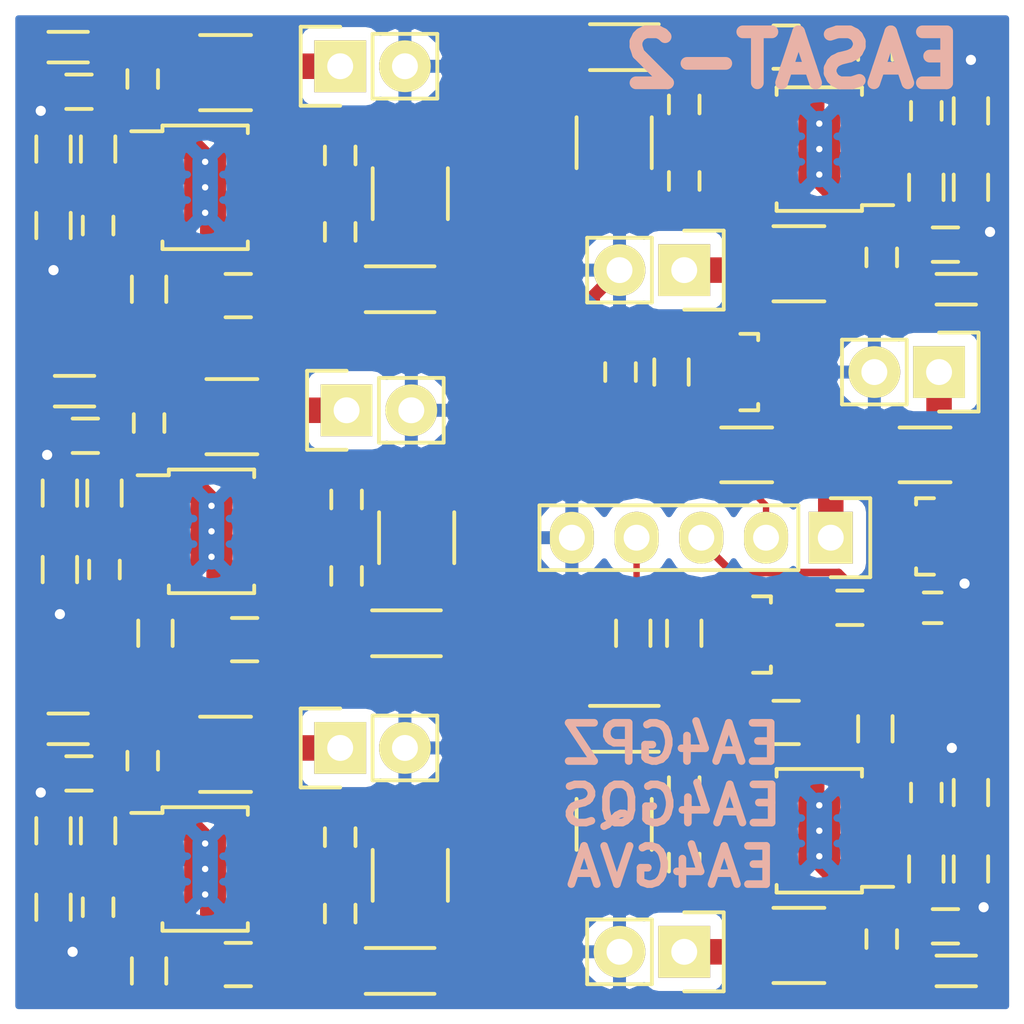
<source format=kicad_pcb>
(kicad_pcb (version 4) (host pcbnew no-vcs-found-product)
  (title_block (title "MPPT Board") (date 2016-09-18) (rev A1) (company AMSAT-EA))
  (layers (0 F.Cu signal) (31 B.Cu signal) (34 B.Paste user) (35 F.Paste user) (36 B.SilkS user) (37 F.SilkS user) (38 B.Mask user) (39 F.Mask user) (44 Edge.Cuts user))
  (net 0 "")
  (net 1 PV1_IN)
  (net 2 GND)
  (net 3 PV2_IN)
  (net 4 PV3_IN)
  (net 5 "Net-(C4-Pad1)")
  (net 6 "Net-(C4-Pad2)")
  (net 7 "Net-(C5-Pad1)")
  (net 8 "Net-(C5-Pad2)")
  (net 9 "Net-(C6-Pad1)")
  (net 10 "Net-(C6-Pad2)")
  (net 11 "Net-(C7-Pad1)")
  (net 12 "Net-(C7-Pad2)")
  (net 13 "Net-(C8-Pad1)")
  (net 14 "Net-(C8-Pad2)")
  (net 15 "Net-(C9-Pad1)")
  (net 16 "Net-(C9-Pad2)")
  (net 17 "Net-(C10-Pad1)")
  (net 18 "Net-(C11-Pad1)")
  (net 19 "Net-(C12-Pad1)")
  (net 20 "Net-(C13-Pad2)")
  (net 21 "Net-(C14-Pad2)")
  (net 22 "Net-(C15-Pad2)")
  (net 23 "Net-(C16-Pad2)")
  (net 24 "Net-(C17-Pad2)")
  (net 25 "Net-(C18-Pad2)")
  (net 26 PV4_IN)
  (net 27 PV5_IN)
  (net 28 "Net-(C21-Pad1)")
  (net 29 "Net-(C21-Pad2)")
  (net 30 "Net-(C22-Pad1)")
  (net 31 "Net-(C22-Pad2)")
  (net 32 "Net-(C23-Pad1)")
  (net 33 "Net-(C23-Pad2)")
  (net 34 "Net-(C24-Pad1)")
  (net 35 "Net-(C24-Pad2)")
  (net 36 "Net-(C25-Pad1)")
  (net 37 "Net-(C26-Pad1)")
  (net 38 I_SOLAR)
  (net 39 "Net-(C28-Pad2)")
  (net 40 "Net-(C29-Pad2)")
  (net 41 "Net-(C30-Pad2)")
  (net 42 "Net-(C31-Pad2)")
  (net 43 I_BATT)
  (net 44 "Net-(D1-Pad2)")
  (net 45 /MPPT/VR_Shdn)
  (net 46 "Net-(D2-Pad2)")
  (net 47 "Net-(D3-Pad2)")
  (net 48 /MPPT/solar)
  (net 49 "Net-(D7-Pad2)")
  (net 50 "Net-(D8-Pad2)")
  (net 51 "Net-(P1-Pad1)")
  (net 52 +BATT)
  (net 53 DISABLE_SOLAR)
  (net 54 "Net-(Q1-Pad2)")
  (net 55 "Net-(R1-Pad2)")
  (net 56 "Net-(R3-Pad2)")
  (net 57 "Net-(R5-Pad2)")
  (net 58 "Net-(R16-Pad2)")
  (net 59 "Net-(R18-Pad2)")
  (net 60 "Net-(U1-Pad9)")
  (net 61 "Net-(U2-Pad9)")
  (net 62 "Net-(U3-Pad9)")
  (net 63 "Net-(U4-Pad9)")
  (net 64 "Net-(U5-Pad9)")
  (module smini:SMini2-F4-B-B (layer F.Cu) (at 150.25 114 180)
    (fp_text reference D10 hide)
    (fp_text value DB2130200L)
    (pad 2 smd rect (at -0.9 0 180) (size 0.8 0.8) (layers F.Cu F.Paste F.Mask) (net 40 "Net-(C29-Pad2)"))
    (pad 1 smd rect (at 1 0 180) (size 2 1.1) (layers F.Cu F.Paste F.Mask) (net 48 /MPPT/solar))
  )
  (module Capacitors_SMD:C_0603 (layer F.Cu) (at 152.25 119.25 270)
    (fp_text reference C22 hide)
    (fp_text value 22n)
    (pad 1 smd rect (at -0.75 0 270) (size 0.8 0.75) (layers F.Cu F.Paste F.Mask) (net 30 "Net-(C22-Pad1)"))
    (pad 2 smd rect (at 0.75 0 270) (size 0.8 0.75) (layers F.Cu F.Paste F.Mask) (net 31 "Net-(C22-Pad2)"))
  )
  (module Capacitors_SMD:C_0603 (layer F.Cu) (at 152.25 116.25 270)
    (fp_text reference C24 hide)
    (fp_text value 22n)
    (pad 1 smd rect (at -0.75 0 270) (size 0.8 0.75) (layers F.Cu F.Paste F.Mask) (net 34 "Net-(C24-Pad1)"))
    (pad 2 smd rect (at 0.75 0 270) (size 0.8 0.75) (layers F.Cu F.Paste F.Mask) (net 35 "Net-(C24-Pad2)"))
  )
  (module Pin_Headers:Pin_Header_Straight_1x02 (layer F.Cu) (at 152.25 122.75 270)
    (fp_text reference P7 hide)
    (fp_text value CONN_01X02)
    (pad 1 thru_hole rect (at 0 0 270) (size 2.032 2.032) (drill 1.016) (layers *.Cu *.Mask F.SilkS) (net 27 PV5_IN))
    (pad 2 thru_hole oval (at 0 2.54 270) (size 2.032 2.032) (drill 1.016) (layers *.Cu *.Mask F.SilkS) (net 2 GND))
  )
  (module Capacitors_SMD:C_1210 (layer F.Cu) (at 149.5 117.75 90)
    (fp_text reference L5 hide)
    (fp_text value 10u)
    (pad 1 smd rect (at -1.5 0 90) (size 1 2.5) (layers F.Cu F.Paste F.Mask) (net 30 "Net-(C22-Pad1)"))
    (pad 2 smd rect (at 1.5 0 90) (size 1 2.5) (layers F.Cu F.Paste F.Mask) (net 35 "Net-(C24-Pad2)"))
  )
  (module Capacitors_SMD:C_0603 (layer F.Cu) (at 161.75 116.5 270)
    (fp_text reference C31 hide)
    (fp_text value 66/Ra)
    (pad 1 smd rect (at -0.75 0 270) (size 0.8 0.75) (layers F.Cu F.Paste F.Mask) (net 40 "Net-(C29-Pad2)"))
    (pad 2 smd rect (at 0.75 0 270) (size 0.8 0.75) (layers F.Cu F.Paste F.Mask) (net 42 "Net-(C31-Pad2)"))
  )
  (module Resistors_SMD:R_0603 (layer F.Cu) (at 161.75 119.5 90)
    (fp_text reference R18 hide)
    (fp_text value Rd)
    (pad 1 smd rect (at -0.75 0 90) (size 0.5 0.9) (layers F.Cu F.Paste F.Mask) (net 27 PV5_IN))
    (pad 2 smd rect (at 0.75 0 90) (size 0.5 0.9) (layers F.Cu F.Paste F.Mask) (net 59 "Net-(R18-Pad2)"))
  )
  (module Resistors_SMD:R_0603 (layer F.Cu) (at 163.5 116.5 90)
    (fp_text reference R29 hide)
    (fp_text value Rb)
    (pad 1 smd rect (at -0.75 0 90) (size 0.5 0.9) (layers F.Cu F.Paste F.Mask) (net 42 "Net-(C31-Pad2)"))
    (pad 2 smd rect (at 0.75 0 90) (size 0.5 0.9) (layers F.Cu F.Paste F.Mask) (net 2 GND))
  )
  (module Resistors_SMD:R_0603 (layer F.Cu) (at 163.5 119.5 270)
    (fp_text reference R19 hide)
    (fp_text value Rc)
    (pad 1 smd rect (at -0.75 0 270) (size 0.5 0.9) (layers F.Cu F.Paste F.Mask) (net 59 "Net-(R18-Pad2)"))
    (pad 2 smd rect (at 0.75 0 270) (size 0.5 0.9) (layers F.Cu F.Paste F.Mask) (net 2 GND))
  )
  (module Resistors_SMD:R_0603 (layer F.Cu) (at 159.75 114 270)
    (fp_text reference R28 hide)
    (fp_text value Ra)
    (pad 1 smd rect (at -0.75 0 270) (size 0.5 0.9) (layers F.Cu F.Paste F.Mask) (net 40 "Net-(C29-Pad2)"))
    (pad 2 smd rect (at 0.75 0 270) (size 0.5 0.9) (layers F.Cu F.Paste F.Mask) (net 42 "Net-(C31-Pad2)"))
  )
  (module Capacitors_SMD:C_0805 (layer F.Cu) (at 156.25 113.75 180)
    (fp_text reference C29 hide)
    (fp_text value 10u)
    (pad 1 smd rect (at -1 0 180) (size 1 1.25) (layers F.Cu F.Paste F.Mask) (net 2 GND))
    (pad 2 smd rect (at 1 0 180) (size 1 1.25) (layers F.Cu F.Paste F.Mask) (net 40 "Net-(C29-Pad2)"))
  )
  (module Capacitors_SMD:C_0603 (layer F.Cu) (at 160 122.25 270)
    (fp_text reference C26 hide)
    (fp_text value 2.2u)
    (pad 1 smd rect (at -0.75 0 270) (size 0.8 0.75) (layers F.Cu F.Paste F.Mask) (net 37 "Net-(C26-Pad1)"))
    (pad 2 smd rect (at 0.75 0 270) (size 0.8 0.75) (layers F.Cu F.Paste F.Mask) (net 2 GND))
  )
  (module Diodes_SMD:SOD-523 (layer F.Cu) (at 162.55 123.5)
    (fp_text reference D8 hide)
    (fp_text value DB2S31600L)
    (pad 2 smd rect (at -0.7 0) (size 0.6 0.7) (layers F.Cu F.Paste F.Mask) (net 50 "Net-(D8-Pad2)"))
    (pad 1 smd rect (at 0.7 0) (size 0.6 0.7) (layers F.Cu F.Paste F.Mask) (net 45 /MPPT/VR_Shdn))
  )
  (module Housings_SSOP:MSOP-16-1EP-VIA_3x4mm_Pitch0.5mm (layer F.Cu) (at 157.55 118 180)
    (fp_text reference U5 hide)
    (fp_text value LTC3129)
    (pad 1 smd rect (at -2.2 -1.75 180) (size 1.4 0.3) (layers F.Cu F.Paste F.Mask) (net 37 "Net-(C26-Pad1)"))
    (pad 2 smd rect (at -2.2 -1.25 180) (size 1.4 0.3) (layers F.Cu F.Paste F.Mask) (net 50 "Net-(D8-Pad2)"))
    (pad 3 smd rect (at -2.2 -0.75 180) (size 1.4 0.3) (layers F.Cu F.Paste F.Mask) (net 59 "Net-(R18-Pad2)"))
    (pad 4 smd rect (at -2.2 -0.25 180) (size 1.4 0.3) (layers F.Cu F.Paste F.Mask) (net 2 GND))
    (pad 5 smd rect (at -2.2 0.25 180) (size 1.4 0.3) (layers F.Cu F.Paste F.Mask) (net 42 "Net-(C31-Pad2)"))
    (pad 12 smd rect (at 2.2 0.25 180) (size 1.4 0.3) (layers F.Cu F.Paste F.Mask) (net 35 "Net-(C24-Pad2)"))
    (pad 13 smd rect (at 2.2 -0.25 180) (size 1.4 0.3) (layers F.Cu F.Paste F.Mask) (net 2 GND))
    (pad 14 smd rect (at 2.2 -0.75 180) (size 1.4 0.3) (layers F.Cu F.Paste F.Mask) (net 30 "Net-(C22-Pad1)"))
    (pad 15 smd rect (at 2.2 -1.25 180) (size 1.4 0.3) (layers F.Cu F.Paste F.Mask) (net 31 "Net-(C22-Pad2)"))
    (pad 16 smd rect (at 2.2 -1.75 180) (size 1.4 0.3) (layers F.Cu F.Paste F.Mask) (net 27 PV5_IN))
    (pad 6 smd rect (at -2.2 0.75 180) (size 1.4 0.3) (layers F.Cu F.Paste F.Mask))
    (pad 7 smd rect (at -2.2 1.25 180) (size 1.4 0.3) (layers F.Cu F.Paste F.Mask))
    (pad 8 smd rect (at -2.2 1.75 180) (size 1.4 0.3) (layers F.Cu F.Paste F.Mask) (net 2 GND))
    (pad 11 smd rect (at 2.2 0.75 180) (size 1.4 0.3) (layers F.Cu F.Paste F.Mask) (net 34 "Net-(C24-Pad1)"))
    (pad 10 smd rect (at 2.2 1.25 180) (size 1.4 0.3) (layers F.Cu F.Paste F.Mask) (net 40 "Net-(C29-Pad2)"))
    (pad 9 smd rect (at 2.2 1.75 180) (size 1.4 0.3) (layers F.Cu F.Paste F.Mask) (net 64 "Net-(U5-Pad9)"))
    (pad 17 smd rect (at 0 0 180) (size 1.65 2.85) (layers F.Cu F.Paste F.Mask) (net 2 GND))
    (pad 17 thru_hole circle (at 0 0 180) (size 0.65 0.65) (drill 0.25) (layers *.Cu *.Paste *.Mask) (net 2 GND))
    (pad 17 thru_hole circle (at 0 1 180) (size 0.65 0.65) (drill 0.25) (layers *.Cu *.Paste *.Mask) (net 2 GND))
    (pad 17 thru_hole circle (at 0 -1 180) (size 0.65 0.65) (drill 0.25) (layers *.Cu *.Paste *.Mask) (net 2 GND))
  )
  (module Resistors_SMD:R_0603 (layer F.Cu) (at 162.5 121.75)
    (fp_text reference R21 hide)
    (fp_text value 100k)
    (pad 1 smd rect (at -0.75 0) (size 0.5 0.9) (layers F.Cu F.Paste F.Mask) (net 50 "Net-(D8-Pad2)"))
    (pad 2 smd rect (at 0.75 0) (size 0.5 0.9) (layers F.Cu F.Paste F.Mask) (net 27 PV5_IN))
  )
  (module Capacitors_SMD:C_1210 (layer F.Cu) (at 156.75 122.5)
    (fp_text reference C20 hide)
    (fp_text value 22u)
    (pad 1 smd rect (at -1.5 0) (size 1 2.5) (layers F.Cu F.Paste F.Mask) (net 27 PV5_IN))
    (pad 2 smd rect (at 1.5 0) (size 1 2.5) (layers F.Cu F.Paste F.Mask) (net 2 GND))
  )
  (module Capacitors_SMD:C_0603 (layer F.Cu) (at 152.25 92.5 270)
    (fp_text reference C21 hide)
    (fp_text value 22n)
    (pad 1 smd rect (at -0.75 0 270) (size 0.8 0.75) (layers F.Cu F.Paste F.Mask) (net 28 "Net-(C21-Pad1)"))
    (pad 2 smd rect (at 0.75 0 270) (size 0.8 0.75) (layers F.Cu F.Paste F.Mask) (net 29 "Net-(C21-Pad2)"))
  )
  (module Capacitors_SMD:C_0603 (layer F.Cu) (at 152.25 89.5 270)
    (fp_text reference C23 hide)
    (fp_text value 22n)
    (pad 1 smd rect (at -0.75 0 270) (size 0.8 0.75) (layers F.Cu F.Paste F.Mask) (net 32 "Net-(C23-Pad1)"))
    (pad 2 smd rect (at 0.75 0 270) (size 0.8 0.75) (layers F.Cu F.Paste F.Mask) (net 33 "Net-(C23-Pad2)"))
  )
  (module Capacitors_SMD:C_1210 (layer F.Cu) (at 149.5 91 90)
    (fp_text reference L4 hide)
    (fp_text value 10u)
    (pad 1 smd rect (at -1.5 0 90) (size 1 2.5) (layers F.Cu F.Paste F.Mask) (net 28 "Net-(C21-Pad1)"))
    (pad 2 smd rect (at 1.5 0 90) (size 1 2.5) (layers F.Cu F.Paste F.Mask) (net 33 "Net-(C23-Pad2)"))
  )
  (module Pin_Headers:Pin_Header_Straight_1x02 (layer F.Cu) (at 152.25 96 270)
    (fp_text reference P6 hide)
    (fp_text value CONN_01X02)
    (pad 1 thru_hole rect (at 0 0 270) (size 2.032 2.032) (drill 1.016) (layers *.Cu *.Mask F.SilkS) (net 26 PV4_IN))
    (pad 2 thru_hole oval (at 0 2.54 270) (size 2.032 2.032) (drill 1.016) (layers *.Cu *.Mask F.SilkS) (net 2 GND))
  )
  (module smini:SMini2-F4-B-B (layer F.Cu) (at 150.25 87.25 180)
    (fp_text reference D9 hide)
    (fp_text value DB2130200L)
    (pad 2 smd rect (at -0.9 0 180) (size 0.8 0.8) (layers F.Cu F.Paste F.Mask) (net 39 "Net-(C28-Pad2)"))
    (pad 1 smd rect (at 1 0 180) (size 2 1.1) (layers F.Cu F.Paste F.Mask) (net 48 /MPPT/solar))
  )
  (module Resistors_SMD:R_0603 (layer F.Cu) (at 162.5 95)
    (fp_text reference R20 hide)
    (fp_text value 100k)
    (pad 1 smd rect (at -0.75 0) (size 0.5 0.9) (layers F.Cu F.Paste F.Mask) (net 49 "Net-(D7-Pad2)"))
    (pad 2 smd rect (at 0.75 0) (size 0.5 0.9) (layers F.Cu F.Paste F.Mask) (net 26 PV4_IN))
  )
  (module Resistors_SMD:R_0603 (layer F.Cu) (at 161.75 92.75 90)
    (fp_text reference R16 hide)
    (fp_text value Rd)
    (pad 1 smd rect (at -0.75 0 90) (size 0.5 0.9) (layers F.Cu F.Paste F.Mask) (net 26 PV4_IN))
    (pad 2 smd rect (at 0.75 0 90) (size 0.5 0.9) (layers F.Cu F.Paste F.Mask) (net 58 "Net-(R16-Pad2)"))
  )
  (module Capacitors_SMD:C_0603 (layer F.Cu) (at 160 95.5 270)
    (fp_text reference C25 hide)
    (fp_text value 2.2u)
    (pad 1 smd rect (at -0.75 0 270) (size 0.8 0.75) (layers F.Cu F.Paste F.Mask) (net 36 "Net-(C25-Pad1)"))
    (pad 2 smd rect (at 0.75 0 270) (size 0.8 0.75) (layers F.Cu F.Paste F.Mask) (net 2 GND))
  )
  (module Resistors_SMD:R_0603 (layer F.Cu) (at 163.5 92.75 270)
    (fp_text reference R17 hide)
    (fp_text value Rc)
    (pad 1 smd rect (at -0.75 0 270) (size 0.5 0.9) (layers F.Cu F.Paste F.Mask) (net 58 "Net-(R16-Pad2)"))
    (pad 2 smd rect (at 0.75 0 270) (size 0.5 0.9) (layers F.Cu F.Paste F.Mask) (net 2 GND))
  )
  (module Diodes_SMD:SOD-523 (layer F.Cu) (at 162.55 96.75)
    (fp_text reference D7 hide)
    (fp_text value DB2S31600L)
    (pad 2 smd rect (at -0.7 0) (size 0.6 0.7) (layers F.Cu F.Paste F.Mask) (net 49 "Net-(D7-Pad2)"))
    (pad 1 smd rect (at 0.7 0) (size 0.6 0.7) (layers F.Cu F.Paste F.Mask) (net 45 /MPPT/VR_Shdn))
  )
  (module Resistors_SMD:R_0603 (layer F.Cu) (at 159.75 87.25 270)
    (fp_text reference R26 hide)
    (fp_text value Ra)
    (pad 1 smd rect (at -0.75 0 270) (size 0.5 0.9) (layers F.Cu F.Paste F.Mask) (net 39 "Net-(C28-Pad2)"))
    (pad 2 smd rect (at 0.75 0 270) (size 0.5 0.9) (layers F.Cu F.Paste F.Mask) (net 41 "Net-(C30-Pad2)"))
  )
  (module Capacitors_SMD:C_1210 (layer F.Cu) (at 156.75 95.75)
    (fp_text reference C19 hide)
    (fp_text value 22u)
    (pad 1 smd rect (at -1.5 0) (size 1 2.5) (layers F.Cu F.Paste F.Mask) (net 26 PV4_IN))
    (pad 2 smd rect (at 1.5 0) (size 1 2.5) (layers F.Cu F.Paste F.Mask) (net 2 GND))
  )
  (module Capacitors_SMD:C_0603 (layer F.Cu) (at 161.75 89.75 270)
    (fp_text reference C30 hide)
    (fp_text value 66/Ra)
    (pad 1 smd rect (at -0.75 0 270) (size 0.8 0.75) (layers F.Cu F.Paste F.Mask) (net 39 "Net-(C28-Pad2)"))
    (pad 2 smd rect (at 0.75 0 270) (size 0.8 0.75) (layers F.Cu F.Paste F.Mask) (net 41 "Net-(C30-Pad2)"))
  )
  (module Housings_SSOP:MSOP-16-1EP-VIA_3x4mm_Pitch0.5mm (layer F.Cu) (at 157.55 91.25 180)
    (fp_text reference U4 hide)
    (fp_text value LTC3129)
    (pad 1 smd rect (at -2.2 -1.75 180) (size 1.4 0.3) (layers F.Cu F.Paste F.Mask) (net 36 "Net-(C25-Pad1)"))
    (pad 2 smd rect (at -2.2 -1.25 180) (size 1.4 0.3) (layers F.Cu F.Paste F.Mask) (net 49 "Net-(D7-Pad2)"))
    (pad 3 smd rect (at -2.2 -0.75 180) (size 1.4 0.3) (layers F.Cu F.Paste F.Mask) (net 58 "Net-(R16-Pad2)"))
    (pad 4 smd rect (at -2.2 -0.25 180) (size 1.4 0.3) (layers F.Cu F.Paste F.Mask) (net 2 GND))
    (pad 5 smd rect (at -2.2 0.25 180) (size 1.4 0.3) (layers F.Cu F.Paste F.Mask) (net 41 "Net-(C30-Pad2)"))
    (pad 12 smd rect (at 2.2 0.25 180) (size 1.4 0.3) (layers F.Cu F.Paste F.Mask) (net 33 "Net-(C23-Pad2)"))
    (pad 13 smd rect (at 2.2 -0.25 180) (size 1.4 0.3) (layers F.Cu F.Paste F.Mask) (net 2 GND))
    (pad 14 smd rect (at 2.2 -0.75 180) (size 1.4 0.3) (layers F.Cu F.Paste F.Mask) (net 28 "Net-(C21-Pad1)"))
    (pad 15 smd rect (at 2.2 -1.25 180) (size 1.4 0.3) (layers F.Cu F.Paste F.Mask) (net 29 "Net-(C21-Pad2)"))
    (pad 16 smd rect (at 2.2 -1.75 180) (size 1.4 0.3) (layers F.Cu F.Paste F.Mask) (net 26 PV4_IN))
    (pad 6 smd rect (at -2.2 0.75 180) (size 1.4 0.3) (layers F.Cu F.Paste F.Mask))
    (pad 7 smd rect (at -2.2 1.25 180) (size 1.4 0.3) (layers F.Cu F.Paste F.Mask))
    (pad 8 smd rect (at -2.2 1.75 180) (size 1.4 0.3) (layers F.Cu F.Paste F.Mask) (net 2 GND))
    (pad 11 smd rect (at 2.2 0.75 180) (size 1.4 0.3) (layers F.Cu F.Paste F.Mask) (net 32 "Net-(C23-Pad1)"))
    (pad 10 smd rect (at 2.2 1.25 180) (size 1.4 0.3) (layers F.Cu F.Paste F.Mask) (net 39 "Net-(C28-Pad2)"))
    (pad 9 smd rect (at 2.2 1.75 180) (size 1.4 0.3) (layers F.Cu F.Paste F.Mask) (net 63 "Net-(U4-Pad9)"))
    (pad 17 smd rect (at 0 0 180) (size 1.65 2.85) (layers F.Cu F.Paste F.Mask) (net 2 GND))
    (pad 17 thru_hole circle (at 0 0 180) (size 0.65 0.65) (drill 0.25) (layers *.Cu *.Paste *.Mask) (net 2 GND))
    (pad 17 thru_hole circle (at 0 1 180) (size 0.65 0.65) (drill 0.25) (layers *.Cu *.Paste *.Mask) (net 2 GND))
    (pad 17 thru_hole circle (at 0 -1 180) (size 0.65 0.65) (drill 0.25) (layers *.Cu *.Paste *.Mask) (net 2 GND))
  )
  (module Capacitors_SMD:C_0805 (layer F.Cu) (at 156.25 87.25 180)
    (fp_text reference C28 hide)
    (fp_text value 10u)
    (pad 1 smd rect (at -1 0 180) (size 1 1.25) (layers F.Cu F.Paste F.Mask) (net 2 GND))
    (pad 2 smd rect (at 1 0 180) (size 1 1.25) (layers F.Cu F.Paste F.Mask) (net 39 "Net-(C28-Pad2)"))
  )
  (module Resistors_SMD:R_0603 (layer F.Cu) (at 163.5 89.75 90)
    (fp_text reference R27 hide)
    (fp_text value Rb)
    (pad 1 smd rect (at -0.75 0 90) (size 0.5 0.9) (layers F.Cu F.Paste F.Mask) (net 41 "Net-(C30-Pad2)"))
    (pad 2 smd rect (at 0.75 0 90) (size 0.5 0.9) (layers F.Cu F.Paste F.Mask) (net 2 GND))
  )
  (module Capacitors_SMD:C_1210 (layer F.Cu) (at 141.5 119.75 270)
    (fp_text reference L3 hide)
    (fp_text value 10u)
    (pad 1 smd rect (at -1.5 0 270) (size 1 2.5) (layers F.Cu F.Paste F.Mask) (net 9 "Net-(C6-Pad1)"))
    (pad 2 smd rect (at 1.5 0 270) (size 1 2.5) (layers F.Cu F.Paste F.Mask) (net 16 "Net-(C9-Pad2)"))
  )
  (module smini:SMini2-F4-B-B (layer F.Cu) (at 140.75 123.5)
    (fp_text reference D6 hide)
    (fp_text value DB2130200L)
    (pad 2 smd rect (at -0.9 0) (size 0.8 0.8) (layers F.Cu F.Paste F.Mask) (net 22 "Net-(C15-Pad2)"))
    (pad 1 smd rect (at 1 0) (size 2 1.1) (layers F.Cu F.Paste F.Mask) (net 48 /MPPT/solar))
  )
  (module Pin_Headers:Pin_Header_Straight_1x02 (layer F.Cu) (at 138.75 114.75 90)
    (fp_text reference P5 hide)
    (fp_text value CONN_01X02)
    (pad 1 thru_hole rect (at 0 0 90) (size 2.032 2.032) (drill 1.016) (layers *.Cu *.Mask F.SilkS) (net 4 PV3_IN))
    (pad 2 thru_hole oval (at 0 2.54 90) (size 2.032 2.032) (drill 1.016) (layers *.Cu *.Mask F.SilkS) (net 2 GND))
  )
  (module Capacitors_SMD:C_0603 (layer F.Cu) (at 138.75 121.25 90)
    (fp_text reference C9 hide)
    (fp_text value 22n)
    (pad 1 smd rect (at -0.75 0 90) (size 0.8 0.75) (layers F.Cu F.Paste F.Mask) (net 15 "Net-(C9-Pad1)"))
    (pad 2 smd rect (at 0.75 0 90) (size 0.8 0.75) (layers F.Cu F.Paste F.Mask) (net 16 "Net-(C9-Pad2)"))
  )
  (module Capacitors_SMD:C_0603 (layer F.Cu) (at 138.75 118.25 90)
    (fp_text reference C6 hide)
    (fp_text value 22n)
    (pad 1 smd rect (at -0.75 0 90) (size 0.8 0.75) (layers F.Cu F.Paste F.Mask) (net 9 "Net-(C6-Pad1)"))
    (pad 2 smd rect (at 0.75 0 90) (size 0.8 0.75) (layers F.Cu F.Paste F.Mask) (net 10 "Net-(C6-Pad2)"))
  )
  (module Housings_SSOP:MSOP-16-1EP-VIA_3x4mm_Pitch0.5mm (layer F.Cu) (at 133.45 119.5)
    (fp_text reference U3 hide)
    (fp_text value LTC3129)
    (pad 1 smd rect (at -2.2 -1.75) (size 1.4 0.3) (layers F.Cu F.Paste F.Mask) (net 19 "Net-(C12-Pad1)"))
    (pad 2 smd rect (at -2.2 -1.25) (size 1.4 0.3) (layers F.Cu F.Paste F.Mask) (net 47 "Net-(D3-Pad2)"))
    (pad 3 smd rect (at -2.2 -0.75) (size 1.4 0.3) (layers F.Cu F.Paste F.Mask) (net 57 "Net-(R5-Pad2)"))
    (pad 4 smd rect (at -2.2 -0.25) (size 1.4 0.3) (layers F.Cu F.Paste F.Mask) (net 2 GND))
    (pad 5 smd rect (at -2.2 0.25) (size 1.4 0.3) (layers F.Cu F.Paste F.Mask) (net 25 "Net-(C18-Pad2)"))
    (pad 12 smd rect (at 2.2 0.25) (size 1.4 0.3) (layers F.Cu F.Paste F.Mask) (net 16 "Net-(C9-Pad2)"))
    (pad 13 smd rect (at 2.2 -0.25) (size 1.4 0.3) (layers F.Cu F.Paste F.Mask) (net 2 GND))
    (pad 14 smd rect (at 2.2 -0.75) (size 1.4 0.3) (layers F.Cu F.Paste F.Mask) (net 9 "Net-(C6-Pad1)"))
    (pad 15 smd rect (at 2.2 -1.25) (size 1.4 0.3) (layers F.Cu F.Paste F.Mask) (net 10 "Net-(C6-Pad2)"))
    (pad 16 smd rect (at 2.2 -1.75) (size 1.4 0.3) (layers F.Cu F.Paste F.Mask) (net 4 PV3_IN))
    (pad 6 smd rect (at -2.2 0.75) (size 1.4 0.3) (layers F.Cu F.Paste F.Mask))
    (pad 7 smd rect (at -2.2 1.25) (size 1.4 0.3) (layers F.Cu F.Paste F.Mask))
    (pad 8 smd rect (at -2.2 1.75) (size 1.4 0.3) (layers F.Cu F.Paste F.Mask) (net 2 GND))
    (pad 11 smd rect (at 2.2 0.75) (size 1.4 0.3) (layers F.Cu F.Paste F.Mask) (net 15 "Net-(C9-Pad1)"))
    (pad 10 smd rect (at 2.2 1.25) (size 1.4 0.3) (layers F.Cu F.Paste F.Mask) (net 22 "Net-(C15-Pad2)"))
    (pad 9 smd rect (at 2.2 1.75) (size 1.4 0.3) (layers F.Cu F.Paste F.Mask) (net 62 "Net-(U3-Pad9)"))
    (pad 17 smd rect (at 0 0) (size 1.65 2.85) (layers F.Cu F.Paste F.Mask) (net 2 GND))
    (pad 17 thru_hole circle (at 0 0) (size 0.65 0.65) (drill 0.25) (layers *.Cu *.Paste *.Mask) (net 2 GND))
    (pad 17 thru_hole circle (at 0 1) (size 0.65 0.65) (drill 0.25) (layers *.Cu *.Paste *.Mask) (net 2 GND))
    (pad 17 thru_hole circle (at 0 -1) (size 0.65 0.65) (drill 0.25) (layers *.Cu *.Paste *.Mask) (net 2 GND))
  )
  (module Capacitors_SMD:C_0805 (layer F.Cu) (at 134.75 123.25)
    (fp_text reference C15 hide)
    (fp_text value 10u)
    (pad 1 smd rect (at -1 0) (size 1 1.25) (layers F.Cu F.Paste F.Mask) (net 2 GND))
    (pad 2 smd rect (at 1 0) (size 1 1.25) (layers F.Cu F.Paste F.Mask) (net 22 "Net-(C15-Pad2)"))
  )
  (module Resistors_SMD:R_0603 (layer F.Cu) (at 127.5 121 270)
    (fp_text reference R15 hide)
    (fp_text value Rb)
    (pad 1 smd rect (at -0.75 0 270) (size 0.5 0.9) (layers F.Cu F.Paste F.Mask) (net 25 "Net-(C18-Pad2)"))
    (pad 2 smd rect (at 0.75 0 270) (size 0.5 0.9) (layers F.Cu F.Paste F.Mask) (net 2 GND))
  )
  (module Capacitors_SMD:C_0603 (layer F.Cu) (at 129.25 121 90)
    (fp_text reference C18 hide)
    (fp_text value 66/Ra)
    (pad 1 smd rect (at -0.75 0 90) (size 0.8 0.75) (layers F.Cu F.Paste F.Mask) (net 22 "Net-(C15-Pad2)"))
    (pad 2 smd rect (at 0.75 0 90) (size 0.8 0.75) (layers F.Cu F.Paste F.Mask) (net 25 "Net-(C18-Pad2)"))
  )
  (module Resistors_SMD:R_0603 (layer F.Cu) (at 131.25 123.5 90)
    (fp_text reference R14 hide)
    (fp_text value Ra)
    (pad 1 smd rect (at -0.75 0 90) (size 0.5 0.9) (layers F.Cu F.Paste F.Mask) (net 22 "Net-(C15-Pad2)"))
    (pad 2 smd rect (at 0.75 0 90) (size 0.5 0.9) (layers F.Cu F.Paste F.Mask) (net 25 "Net-(C18-Pad2)"))
  )
  (module Capacitors_SMD:C_1210 (layer F.Cu) (at 134.25 115 180)
    (fp_text reference C3 hide)
    (fp_text value 22u)
    (pad 1 smd rect (at -1.5 0 180) (size 1 2.5) (layers F.Cu F.Paste F.Mask) (net 4 PV3_IN))
    (pad 2 smd rect (at 1.5 0 180) (size 1 2.5) (layers F.Cu F.Paste F.Mask) (net 2 GND))
  )
  (module Resistors_SMD:R_0603 (layer F.Cu) (at 128.5 115.75 180)
    (fp_text reference R9 hide)
    (fp_text value 100k)
    (pad 1 smd rect (at -0.75 0 180) (size 0.5 0.9) (layers F.Cu F.Paste F.Mask) (net 47 "Net-(D3-Pad2)"))
    (pad 2 smd rect (at 0.75 0 180) (size 0.5 0.9) (layers F.Cu F.Paste F.Mask) (net 4 PV3_IN))
  )
  (module Capacitors_SMD:C_0603 (layer F.Cu) (at 131 115.25 90)
    (fp_text reference C12 hide)
    (fp_text value 2.2u)
    (pad 1 smd rect (at -0.75 0 90) (size 0.8 0.75) (layers F.Cu F.Paste F.Mask) (net 19 "Net-(C12-Pad1)"))
    (pad 2 smd rect (at 0.75 0 90) (size 0.8 0.75) (layers F.Cu F.Paste F.Mask) (net 2 GND))
  )
  (module Resistors_SMD:R_0603 (layer F.Cu) (at 127.5 118 90)
    (fp_text reference R6 hide)
    (fp_text value Rc)
    (pad 1 smd rect (at -0.75 0 90) (size 0.5 0.9) (layers F.Cu F.Paste F.Mask) (net 57 "Net-(R5-Pad2)"))
    (pad 2 smd rect (at 0.75 0 90) (size 0.5 0.9) (layers F.Cu F.Paste F.Mask) (net 2 GND))
  )
  (module Diodes_SMD:SOD-523 (layer F.Cu) (at 128.45 114 180)
    (fp_text reference D3 hide)
    (fp_text value DB2S31600L)
    (pad 2 smd rect (at -0.7 0 180) (size 0.6 0.7) (layers F.Cu F.Paste F.Mask) (net 47 "Net-(D3-Pad2)"))
    (pad 1 smd rect (at 0.7 0 180) (size 0.6 0.7) (layers F.Cu F.Paste F.Mask) (net 45 /MPPT/VR_Shdn))
  )
  (module Resistors_SMD:R_0603 (layer F.Cu) (at 129.25 118 270)
    (fp_text reference R5 hide)
    (fp_text value Rd)
    (pad 1 smd rect (at -0.75 0 270) (size 0.5 0.9) (layers F.Cu F.Paste F.Mask) (net 4 PV3_IN))
    (pad 2 smd rect (at 0.75 0 270) (size 0.5 0.9) (layers F.Cu F.Paste F.Mask) (net 57 "Net-(R5-Pad2)"))
  )
  (module Capacitors_SMD:C_1210 (layer F.Cu) (at 141.75 106.5 270)
    (fp_text reference L2 hide)
    (fp_text value 10u)
    (pad 1 smd rect (at -1.5 0 270) (size 1 2.5) (layers F.Cu F.Paste F.Mask) (net 7 "Net-(C5-Pad1)"))
    (pad 2 smd rect (at 1.5 0 270) (size 1 2.5) (layers F.Cu F.Paste F.Mask) (net 14 "Net-(C8-Pad2)"))
  )
  (module smini:SMini2-F4-B-B (layer F.Cu) (at 141 110.25)
    (fp_text reference D5 hide)
    (fp_text value DB2130200L)
    (pad 2 smd rect (at -0.9 0) (size 0.8 0.8) (layers F.Cu F.Paste F.Mask) (net 21 "Net-(C14-Pad2)"))
    (pad 1 smd rect (at 1 0) (size 2 1.1) (layers F.Cu F.Paste F.Mask) (net 48 /MPPT/solar))
  )
  (module Pin_Headers:Pin_Header_Straight_1x02 (layer F.Cu) (at 139 101.5 90)
    (fp_text reference P4 hide)
    (fp_text value CONN_01X02)
    (pad 1 thru_hole rect (at 0 0 90) (size 2.032 2.032) (drill 1.016) (layers *.Cu *.Mask F.SilkS) (net 3 PV2_IN))
    (pad 2 thru_hole oval (at 0 2.54 90) (size 2.032 2.032) (drill 1.016) (layers *.Cu *.Mask F.SilkS) (net 2 GND))
  )
  (module Capacitors_SMD:C_0603 (layer F.Cu) (at 139 108 90)
    (fp_text reference C8 hide)
    (fp_text value 22n)
    (pad 1 smd rect (at -0.75 0 90) (size 0.8 0.75) (layers F.Cu F.Paste F.Mask) (net 13 "Net-(C8-Pad1)"))
    (pad 2 smd rect (at 0.75 0 90) (size 0.8 0.75) (layers F.Cu F.Paste F.Mask) (net 14 "Net-(C8-Pad2)"))
  )
  (module Capacitors_SMD:C_0603 (layer F.Cu) (at 139 105 90)
    (fp_text reference C5 hide)
    (fp_text value 22n)
    (pad 1 smd rect (at -0.75 0 90) (size 0.8 0.75) (layers F.Cu F.Paste F.Mask) (net 7 "Net-(C5-Pad1)"))
    (pad 2 smd rect (at 0.75 0 90) (size 0.8 0.75) (layers F.Cu F.Paste F.Mask) (net 8 "Net-(C5-Pad2)"))
  )
  (module Housings_SSOP:MSOP-16-1EP-VIA_3x4mm_Pitch0.5mm (layer F.Cu) (at 133.7 106.25)
    (fp_text reference U2 hide)
    (fp_text value LTC3129)
    (pad 1 smd rect (at -2.2 -1.75) (size 1.4 0.3) (layers F.Cu F.Paste F.Mask) (net 18 "Net-(C11-Pad1)"))
    (pad 2 smd rect (at -2.2 -1.25) (size 1.4 0.3) (layers F.Cu F.Paste F.Mask) (net 46 "Net-(D2-Pad2)"))
    (pad 3 smd rect (at -2.2 -0.75) (size 1.4 0.3) (layers F.Cu F.Paste F.Mask) (net 56 "Net-(R3-Pad2)"))
    (pad 4 smd rect (at -2.2 -0.25) (size 1.4 0.3) (layers F.Cu F.Paste F.Mask) (net 2 GND))
    (pad 5 smd rect (at -2.2 0.25) (size 1.4 0.3) (layers F.Cu F.Paste F.Mask) (net 24 "Net-(C17-Pad2)"))
    (pad 12 smd rect (at 2.2 0.25) (size 1.4 0.3) (layers F.Cu F.Paste F.Mask) (net 14 "Net-(C8-Pad2)"))
    (pad 13 smd rect (at 2.2 -0.25) (size 1.4 0.3) (layers F.Cu F.Paste F.Mask) (net 2 GND))
    (pad 14 smd rect (at 2.2 -0.75) (size 1.4 0.3) (layers F.Cu F.Paste F.Mask) (net 7 "Net-(C5-Pad1)"))
    (pad 15 smd rect (at 2.2 -1.25) (size 1.4 0.3) (layers F.Cu F.Paste F.Mask) (net 8 "Net-(C5-Pad2)"))
    (pad 16 smd rect (at 2.2 -1.75) (size 1.4 0.3) (layers F.Cu F.Paste F.Mask) (net 3 PV2_IN))
    (pad 6 smd rect (at -2.2 0.75) (size 1.4 0.3) (layers F.Cu F.Paste F.Mask))
    (pad 7 smd rect (at -2.2 1.25) (size 1.4 0.3) (layers F.Cu F.Paste F.Mask))
    (pad 8 smd rect (at -2.2 1.75) (size 1.4 0.3) (layers F.Cu F.Paste F.Mask) (net 2 GND))
    (pad 11 smd rect (at 2.2 0.75) (size 1.4 0.3) (layers F.Cu F.Paste F.Mask) (net 13 "Net-(C8-Pad1)"))
    (pad 10 smd rect (at 2.2 1.25) (size 1.4 0.3) (layers F.Cu F.Paste F.Mask) (net 21 "Net-(C14-Pad2)"))
    (pad 9 smd rect (at 2.2 1.75) (size 1.4 0.3) (layers F.Cu F.Paste F.Mask) (net 61 "Net-(U2-Pad9)"))
    (pad 17 smd rect (at 0 0) (size 1.65 2.85) (layers F.Cu F.Paste F.Mask) (net 2 GND))
    (pad 17 thru_hole circle (at 0 0) (size 0.65 0.65) (drill 0.25) (layers *.Cu *.Paste *.Mask) (net 2 GND))
    (pad 17 thru_hole circle (at 0 1) (size 0.65 0.65) (drill 0.25) (layers *.Cu *.Paste *.Mask) (net 2 GND))
    (pad 17 thru_hole circle (at 0 -1) (size 0.65 0.65) (drill 0.25) (layers *.Cu *.Paste *.Mask) (net 2 GND))
  )
  (module Capacitors_SMD:C_0805 (layer F.Cu) (at 135 110.5)
    (fp_text reference C14 hide)
    (fp_text value 10u)
    (pad 1 smd rect (at -1 0) (size 1 1.25) (layers F.Cu F.Paste F.Mask) (net 2 GND))
    (pad 2 smd rect (at 1 0) (size 1 1.25) (layers F.Cu F.Paste F.Mask) (net 21 "Net-(C14-Pad2)"))
  )
  (module Resistors_SMD:R_0603 (layer F.Cu) (at 127.75 107.75 270)
    (fp_text reference R13 hide)
    (fp_text value Rb)
    (pad 1 smd rect (at -0.75 0 270) (size 0.5 0.9) (layers F.Cu F.Paste F.Mask) (net 24 "Net-(C17-Pad2)"))
    (pad 2 smd rect (at 0.75 0 270) (size 0.5 0.9) (layers F.Cu F.Paste F.Mask) (net 2 GND))
  )
  (module Capacitors_SMD:C_0603 (layer F.Cu) (at 129.5 107.75 90)
    (fp_text reference C17 hide)
    (fp_text value 66/Ra)
    (pad 1 smd rect (at -0.75 0 90) (size 0.8 0.75) (layers F.Cu F.Paste F.Mask) (net 21 "Net-(C14-Pad2)"))
    (pad 2 smd rect (at 0.75 0 90) (size 0.8 0.75) (layers F.Cu F.Paste F.Mask) (net 24 "Net-(C17-Pad2)"))
  )
  (module Resistors_SMD:R_0603 (layer F.Cu) (at 131.5 110.25 90)
    (fp_text reference R12 hide)
    (fp_text value Ra)
    (pad 1 smd rect (at -0.75 0 90) (size 0.5 0.9) (layers F.Cu F.Paste F.Mask) (net 21 "Net-(C14-Pad2)"))
    (pad 2 smd rect (at 0.75 0 90) (size 0.5 0.9) (layers F.Cu F.Paste F.Mask) (net 24 "Net-(C17-Pad2)"))
  )
  (module Capacitors_SMD:C_1210 (layer F.Cu) (at 134.5 101.75 180)
    (fp_text reference C2 hide)
    (fp_text value 22u)
    (pad 1 smd rect (at -1.5 0 180) (size 1 2.5) (layers F.Cu F.Paste F.Mask) (net 3 PV2_IN))
    (pad 2 smd rect (at 1.5 0 180) (size 1 2.5) (layers F.Cu F.Paste F.Mask) (net 2 GND))
  )
  (module Resistors_SMD:R_0603 (layer F.Cu) (at 128.75 102.5 180)
    (fp_text reference R8 hide)
    (fp_text value 100k)
    (pad 1 smd rect (at -0.75 0 180) (size 0.5 0.9) (layers F.Cu F.Paste F.Mask) (net 46 "Net-(D2-Pad2)"))
    (pad 2 smd rect (at 0.75 0 180) (size 0.5 0.9) (layers F.Cu F.Paste F.Mask) (net 3 PV2_IN))
  )
  (module Capacitors_SMD:C_0603 (layer F.Cu) (at 131.25 102 90)
    (fp_text reference C11 hide)
    (fp_text value 2.2u)
    (pad 1 smd rect (at -0.75 0 90) (size 0.8 0.75) (layers F.Cu F.Paste F.Mask) (net 18 "Net-(C11-Pad1)"))
    (pad 2 smd rect (at 0.75 0 90) (size 0.8 0.75) (layers F.Cu F.Paste F.Mask) (net 2 GND))
  )
  (module Resistors_SMD:R_0603 (layer F.Cu) (at 127.75 104.75 90)
    (fp_text reference R4 hide)
    (fp_text value Rc)
    (pad 1 smd rect (at -0.75 0 90) (size 0.5 0.9) (layers F.Cu F.Paste F.Mask) (net 56 "Net-(R3-Pad2)"))
    (pad 2 smd rect (at 0.75 0 90) (size 0.5 0.9) (layers F.Cu F.Paste F.Mask) (net 2 GND))
  )
  (module Diodes_SMD:SOD-523 (layer F.Cu) (at 128.7 100.75 180)
    (fp_text reference D2 hide)
    (fp_text value DB2S31600L)
    (pad 2 smd rect (at -0.7 0 180) (size 0.6 0.7) (layers F.Cu F.Paste F.Mask) (net 46 "Net-(D2-Pad2)"))
    (pad 1 smd rect (at 0.7 0 180) (size 0.6 0.7) (layers F.Cu F.Paste F.Mask) (net 45 /MPPT/VR_Shdn))
  )
  (module Resistors_SMD:R_0603 (layer F.Cu) (at 129.5 104.75 270)
    (fp_text reference R3 hide)
    (fp_text value Rd)
    (pad 1 smd rect (at -0.75 0 270) (size 0.5 0.9) (layers F.Cu F.Paste F.Mask) (net 3 PV2_IN))
    (pad 2 smd rect (at 0.75 0 270) (size 0.5 0.9) (layers F.Cu F.Paste F.Mask) (net 56 "Net-(R3-Pad2)"))
  )
  (module Housings_SSOP:MSOP-16-1EP-VIA_3x4mm_Pitch0.5mm (layer F.Cu) (at 133.45 92.75)
    (fp_text reference U1 hide)
    (fp_text value LTC3129)
    (pad 1 smd rect (at -2.2 -1.75) (size 1.4 0.3) (layers F.Cu F.Paste F.Mask) (net 17 "Net-(C10-Pad1)"))
    (pad 2 smd rect (at -2.2 -1.25) (size 1.4 0.3) (layers F.Cu F.Paste F.Mask) (net 44 "Net-(D1-Pad2)"))
    (pad 3 smd rect (at -2.2 -0.75) (size 1.4 0.3) (layers F.Cu F.Paste F.Mask) (net 55 "Net-(R1-Pad2)"))
    (pad 4 smd rect (at -2.2 -0.25) (size 1.4 0.3) (layers F.Cu F.Paste F.Mask) (net 2 GND))
    (pad 5 smd rect (at -2.2 0.25) (size 1.4 0.3) (layers F.Cu F.Paste F.Mask) (net 23 "Net-(C16-Pad2)"))
    (pad 12 smd rect (at 2.2 0.25) (size 1.4 0.3) (layers F.Cu F.Paste F.Mask) (net 12 "Net-(C7-Pad2)"))
    (pad 13 smd rect (at 2.2 -0.25) (size 1.4 0.3) (layers F.Cu F.Paste F.Mask) (net 2 GND))
    (pad 14 smd rect (at 2.2 -0.75) (size 1.4 0.3) (layers F.Cu F.Paste F.Mask) (net 5 "Net-(C4-Pad1)"))
    (pad 15 smd rect (at 2.2 -1.25) (size 1.4 0.3) (layers F.Cu F.Paste F.Mask) (net 6 "Net-(C4-Pad2)"))
    (pad 16 smd rect (at 2.2 -1.75) (size 1.4 0.3) (layers F.Cu F.Paste F.Mask) (net 1 PV1_IN))
    (pad 6 smd rect (at -2.2 0.75) (size 1.4 0.3) (layers F.Cu F.Paste F.Mask))
    (pad 7 smd rect (at -2.2 1.25) (size 1.4 0.3) (layers F.Cu F.Paste F.Mask))
    (pad 8 smd rect (at -2.2 1.75) (size 1.4 0.3) (layers F.Cu F.Paste F.Mask) (net 2 GND))
    (pad 11 smd rect (at 2.2 0.75) (size 1.4 0.3) (layers F.Cu F.Paste F.Mask) (net 11 "Net-(C7-Pad1)"))
    (pad 10 smd rect (at 2.2 1.25) (size 1.4 0.3) (layers F.Cu F.Paste F.Mask) (net 20 "Net-(C13-Pad2)"))
    (pad 9 smd rect (at 2.2 1.75) (size 1.4 0.3) (layers F.Cu F.Paste F.Mask) (net 60 "Net-(U1-Pad9)"))
    (pad 17 smd rect (at 0 0) (size 1.65 2.85) (layers F.Cu F.Paste F.Mask) (net 2 GND))
    (pad 17 thru_hole circle (at 0 0) (size 0.65 0.65) (drill 0.25) (layers *.Cu *.Paste *.Mask) (net 2 GND))
    (pad 17 thru_hole circle (at 0 1) (size 0.65 0.65) (drill 0.25) (layers *.Cu *.Paste *.Mask) (net 2 GND))
    (pad 17 thru_hole circle (at 0 -1) (size 0.65 0.65) (drill 0.25) (layers *.Cu *.Paste *.Mask) (net 2 GND))
  )
  (module TO_SOT_Packages_SMD:SOT-23 (layer F.Cu) (at 154.50178 100 270)
    (fp_text reference U6 hide)
    (fp_text value ZXCT1009)
    (pad 1 smd rect (at -0.95 1.00076 270) (size 0.8001 0.8001) (layers F.Cu F.Paste F.Mask) (net 38 I_SOLAR))
    (pad 2 smd rect (at 0.95 1.00076 270) (size 0.8001 0.8001) (layers F.Cu F.Paste F.Mask) (net 48 /MPPT/solar))
    (pad 3 smd rect (at 0 -0.99822 270) (size 0.8001 0.8001) (layers F.Cu F.Paste F.Mask) (net 52 +BATT))
  )
  (module Resistors_SMD:R_1206 (layer F.Cu) (at 161.7 103.25 180)
    (fp_text reference R30 hide)
    (fp_text value 0.4)
    (pad 1 smd rect (at -1.45 0 180) (size 0.9 1.7) (layers F.Cu F.Paste F.Mask) (net 51 "Net-(P1-Pad1)"))
    (pad 2 smd rect (at 1.45 0 180) (size 0.9 1.7) (layers F.Cu F.Paste F.Mask) (net 52 +BATT))
  )
  (module Capacitors_SMD:C_0805 (layer F.Cu) (at 134.75 97)
    (fp_text reference C13 hide)
    (fp_text value 10u)
    (pad 1 smd rect (at -1 0) (size 1 1.25) (layers F.Cu F.Paste F.Mask) (net 2 GND))
    (pad 2 smd rect (at 1 0) (size 1 1.25) (layers F.Cu F.Paste F.Mask) (net 20 "Net-(C13-Pad2)"))
  )
  (module Capacitors_SMD:C_1210 (layer F.Cu) (at 134.25 88.25 180)
    (fp_text reference C1 hide)
    (fp_text value 22u)
    (pad 1 smd rect (at -1.5 0 180) (size 1 2.5) (layers F.Cu F.Paste F.Mask) (net 1 PV1_IN))
    (pad 2 smd rect (at 1.5 0 180) (size 1 2.5) (layers F.Cu F.Paste F.Mask) (net 2 GND))
  )
  (module Capacitors_SMD:C_0603 (layer F.Cu) (at 138.75 91.5 90)
    (fp_text reference C4 hide)
    (fp_text value 22n)
    (pad 1 smd rect (at -0.75 0 90) (size 0.8 0.75) (layers F.Cu F.Paste F.Mask) (net 5 "Net-(C4-Pad1)"))
    (pad 2 smd rect (at 0.75 0 90) (size 0.8 0.75) (layers F.Cu F.Paste F.Mask) (net 6 "Net-(C4-Pad2)"))
  )
  (module Capacitors_SMD:C_0603 (layer F.Cu) (at 138.75 94.5 90)
    (fp_text reference C7 hide)
    (fp_text value 22n)
    (pad 1 smd rect (at -0.75 0 90) (size 0.8 0.75) (layers F.Cu F.Paste F.Mask) (net 11 "Net-(C7-Pad1)"))
    (pad 2 smd rect (at 0.75 0 90) (size 0.8 0.75) (layers F.Cu F.Paste F.Mask) (net 12 "Net-(C7-Pad2)"))
  )
  (module Capacitors_SMD:C_0603 (layer F.Cu) (at 131 88.5 90)
    (fp_text reference C10 hide)
    (fp_text value 2.2u)
    (pad 1 smd rect (at -0.75 0 90) (size 0.8 0.75) (layers F.Cu F.Paste F.Mask) (net 17 "Net-(C10-Pad1)"))
    (pad 2 smd rect (at 0.75 0 90) (size 0.8 0.75) (layers F.Cu F.Paste F.Mask) (net 2 GND))
  )
  (module Capacitors_SMD:C_0603 (layer F.Cu) (at 129.25 94.25 90)
    (fp_text reference C16 hide)
    (fp_text value 66/Ra)
    (pad 1 smd rect (at -0.75 0 90) (size 0.8 0.75) (layers F.Cu F.Paste F.Mask) (net 20 "Net-(C13-Pad2)"))
    (pad 2 smd rect (at 0.75 0 90) (size 0.8 0.75) (layers F.Cu F.Paste F.Mask) (net 23 "Net-(C16-Pad2)"))
  )
  (module Capacitors_SMD:C_0603 (layer F.Cu) (at 149.75 100 270)
    (fp_text reference C27 hide)
    (fp_text value 1u)
    (pad 1 smd rect (at -0.75 0 270) (size 0.8 0.75) (layers F.Cu F.Paste F.Mask) (net 38 I_SOLAR))
    (pad 2 smd rect (at 0.75 0 270) (size 0.8 0.75) (layers F.Cu F.Paste F.Mask) (net 2 GND))
  )
  (module Capacitors_SMD:C_0603 (layer F.Cu) (at 162 109.25)
    (fp_text reference C32 hide)
    (fp_text value 1u)
    (pad 1 smd rect (at -0.75 0) (size 0.8 0.75) (layers F.Cu F.Paste F.Mask) (net 43 I_BATT))
    (pad 2 smd rect (at 0.75 0) (size 0.8 0.75) (layers F.Cu F.Paste F.Mask) (net 2 GND))
  )
  (module Diodes_SMD:SOD-523 (layer F.Cu) (at 128.45 87.25 180)
    (fp_text reference D1 hide)
    (fp_text value DB2S31600L)
    (pad 2 smd rect (at -0.7 0 180) (size 0.6 0.7) (layers F.Cu F.Paste F.Mask) (net 44 "Net-(D1-Pad2)"))
    (pad 1 smd rect (at 0.7 0 180) (size 0.6 0.7) (layers F.Cu F.Paste F.Mask) (net 45 /MPPT/VR_Shdn))
  )
  (module smini:SMini2-F4-B-B (layer F.Cu) (at 140.75 96.75)
    (fp_text reference D4 hide)
    (fp_text value DB2130200L)
    (pad 2 smd rect (at -0.9 0) (size 0.8 0.8) (layers F.Cu F.Paste F.Mask) (net 20 "Net-(C13-Pad2)"))
    (pad 1 smd rect (at 1 0) (size 2 1.1) (layers F.Cu F.Paste F.Mask) (net 48 /MPPT/solar))
  )
  (module Capacitors_SMD:C_1210 (layer F.Cu) (at 141.5 93 270)
    (fp_text reference L1 hide)
    (fp_text value 10u)
    (pad 1 smd rect (at -1.5 0 270) (size 1 2.5) (layers F.Cu F.Paste F.Mask) (net 5 "Net-(C4-Pad1)"))
    (pad 2 smd rect (at 1.5 0 270) (size 1 2.5) (layers F.Cu F.Paste F.Mask) (net 12 "Net-(C7-Pad2)"))
  )
  (module Pin_Headers:Pin_Header_Straight_1x02 (layer F.Cu) (at 162.25 100 270)
    (fp_text reference P1 hide)
    (fp_text value CONN_01X02)
    (pad 1 thru_hole rect (at 0 0 270) (size 2.032 2.032) (drill 1.016) (layers *.Cu *.Mask F.SilkS) (net 51 "Net-(P1-Pad1)"))
    (pad 2 thru_hole oval (at 0 2.54 270) (size 2.032 2.032) (drill 1.016) (layers *.Cu *.Mask F.SilkS) (net 2 GND))
  )
  (module Pin_Headers:Pin_Header_Straight_1x05 (layer F.Cu) (at 158 106.5 270)
    (fp_text reference P2 hide)
    (fp_text value CONN_01X05)
    (pad 1 thru_hole rect (at 0 0 270) (size 2.032 1.7272) (drill 1.016) (layers *.Cu *.Mask F.SilkS) (net 52 +BATT))
    (pad 2 thru_hole oval (at 0 2.54 270) (size 2.032 1.7272) (drill 1.016) (layers *.Cu *.Mask F.SilkS) (net 38 I_SOLAR))
    (pad 3 thru_hole oval (at 0 5.08 270) (size 2.032 1.7272) (drill 1.016) (layers *.Cu *.Mask F.SilkS) (net 43 I_BATT))
    (pad 4 thru_hole oval (at 0 7.62 270) (size 2.032 1.7272) (drill 1.016) (layers *.Cu *.Mask F.SilkS) (net 53 DISABLE_SOLAR))
    (pad 5 thru_hole oval (at 0 10.16 270) (size 2.032 1.7272) (drill 1.016) (layers *.Cu *.Mask F.SilkS) (net 2 GND))
  )
  (module Pin_Headers:Pin_Header_Straight_1x02 (layer F.Cu) (at 138.75 88 90)
    (fp_text reference P3 hide)
    (fp_text value CONN_01X02)
    (pad 1 thru_hole rect (at 0 0 90) (size 2.032 2.032) (drill 1.016) (layers *.Cu *.Mask F.SilkS) (net 1 PV1_IN))
    (pad 2 thru_hole oval (at 0 2.54 90) (size 2.032 2.032) (drill 1.016) (layers *.Cu *.Mask F.SilkS) (net 2 GND))
  )
  (module TO_SOT_Packages_SMD:SOT-23 (layer F.Cu) (at 155.00076 110.3 270)
    (fp_text reference Q1 hide)
    (fp_text value FDV301N)
    (pad 1 smd rect (at -0.95 1.00076 270) (size 0.8001 0.8001) (layers F.Cu F.Paste F.Mask) (net 2 GND))
    (pad 2 smd rect (at 0.95 1.00076 270) (size 0.8001 0.8001) (layers F.Cu F.Paste F.Mask) (net 54 "Net-(Q1-Pad2)"))
    (pad 3 smd rect (at 0 -0.99822 270) (size 0.8001 0.8001) (layers F.Cu F.Paste F.Mask) (net 45 /MPPT/VR_Shdn))
  )
  (module Resistors_SMD:R_0603 (layer F.Cu) (at 129.25 91.25 270)
    (fp_text reference R1 hide)
    (fp_text value Rd)
    (pad 1 smd rect (at -0.75 0 270) (size 0.5 0.9) (layers F.Cu F.Paste F.Mask) (net 1 PV1_IN))
    (pad 2 smd rect (at 0.75 0 270) (size 0.5 0.9) (layers F.Cu F.Paste F.Mask) (net 55 "Net-(R1-Pad2)"))
  )
  (module Resistors_SMD:R_0603 (layer F.Cu) (at 127.5 91.25 90)
    (fp_text reference R2 hide)
    (fp_text value Rc)
    (pad 1 smd rect (at -0.75 0 90) (size 0.5 0.9) (layers F.Cu F.Paste F.Mask) (net 55 "Net-(R1-Pad2)"))
    (pad 2 smd rect (at 0.75 0 90) (size 0.5 0.9) (layers F.Cu F.Paste F.Mask) (net 2 GND))
  )
  (module Resistors_SMD:R_0603 (layer F.Cu) (at 128.5 89 180)
    (fp_text reference R7 hide)
    (fp_text value 100k)
    (pad 1 smd rect (at -0.75 0 180) (size 0.5 0.9) (layers F.Cu F.Paste F.Mask) (net 44 "Net-(D1-Pad2)"))
    (pad 2 smd rect (at 0.75 0 180) (size 0.5 0.9) (layers F.Cu F.Paste F.Mask) (net 1 PV1_IN))
  )
  (module Resistors_SMD:R_0603 (layer F.Cu) (at 131.25 96.75 90)
    (fp_text reference R10 hide)
    (fp_text value Ra)
    (pad 1 smd rect (at -0.75 0 90) (size 0.5 0.9) (layers F.Cu F.Paste F.Mask) (net 20 "Net-(C13-Pad2)"))
    (pad 2 smd rect (at 0.75 0 90) (size 0.5 0.9) (layers F.Cu F.Paste F.Mask) (net 23 "Net-(C16-Pad2)"))
  )
  (module Resistors_SMD:R_0603 (layer F.Cu) (at 127.5 94.25 270)
    (fp_text reference R11 hide)
    (fp_text value Rb)
    (pad 1 smd rect (at -0.75 0 270) (size 0.5 0.9) (layers F.Cu F.Paste F.Mask) (net 23 "Net-(C16-Pad2)"))
    (pad 2 smd rect (at 0.75 0 270) (size 0.5 0.9) (layers F.Cu F.Paste F.Mask) (net 2 GND))
  )
  (module Resistors_SMD:R_0603 (layer F.Cu) (at 152.25 110.25 90)
    (fp_text reference R22 hide)
    (fp_text value 100k)
    (pad 1 smd rect (at -0.75 0 90) (size 0.5 0.9) (layers F.Cu F.Paste F.Mask) (net 54 "Net-(Q1-Pad2)"))
    (pad 2 smd rect (at 0.75 0 90) (size 0.5 0.9) (layers F.Cu F.Paste F.Mask) (net 2 GND))
  )
  (module Resistors_SMD:R_0603 (layer F.Cu) (at 150.25 110.25 270)
    (fp_text reference R23 hide)
    (fp_text value 100)
    (pad 1 smd rect (at -0.75 0 270) (size 0.5 0.9) (layers F.Cu F.Paste F.Mask) (net 53 DISABLE_SOLAR))
    (pad 2 smd rect (at 0.75 0 270) (size 0.5 0.9) (layers F.Cu F.Paste F.Mask) (net 54 "Net-(Q1-Pad2)"))
  )
  (module Resistors_SMD:R_1206 (layer F.Cu) (at 154.7 103.25 180)
    (fp_text reference R24 hide)
    (fp_text value 0.4)
    (pad 1 smd rect (at -1.45 0 180) (size 0.9 1.7) (layers F.Cu F.Paste F.Mask) (net 52 +BATT))
    (pad 2 smd rect (at 1.45 0 180) (size 0.9 1.7) (layers F.Cu F.Paste F.Mask) (net 48 /MPPT/solar))
  )
  (module Resistors_SMD:R_0603 (layer F.Cu) (at 151.75 100 270)
    (fp_text reference R25 hide)
    (fp_text value 2k)
    (pad 1 smd rect (at -0.75 0 270) (size 0.5 0.9) (layers F.Cu F.Paste F.Mask) (net 38 I_SOLAR))
    (pad 2 smd rect (at 0.75 0 270) (size 0.5 0.9) (layers F.Cu F.Paste F.Mask) (net 2 GND))
  )
  (module Resistors_SMD:R_0603 (layer F.Cu) (at 158.75 109.25 180)
    (fp_text reference R31 hide)
    (fp_text value 2k)
    (pad 1 smd rect (at -0.75 0 180) (size 0.5 0.9) (layers F.Cu F.Paste F.Mask) (net 43 I_BATT))
    (pad 2 smd rect (at 0.75 0 180) (size 0.5 0.9) (layers F.Cu F.Paste F.Mask) (net 2 GND))
  )
  (module TO_SOT_Packages_SMD:SOT-23 (layer F.Cu) (at 161.99924 106.45 90)
    (fp_text reference U7 hide)
    (fp_text value ZXCT1009)
    (pad 1 smd rect (at -0.95 1.00076 90) (size 0.8001 0.8001) (layers F.Cu F.Paste F.Mask) (net 43 I_BATT))
    (pad 2 smd rect (at 0.95 1.00076 90) (size 0.8001 0.8001) (layers F.Cu F.Paste F.Mask) (net 51 "Net-(P1-Pad1)"))
    (pad 3 smd rect (at 0 -0.99822 90) (size 0.8001 0.8001) (layers F.Cu F.Paste F.Mask) (net 52 +BATT))
  )
  (gr_text "EA4GPZ\nEA4GQS\nEA4GVA" (at 151.75 117) (layer B.SilkS) (effects (font (size 1.5 1.5) (thickness 0.3)) (justify mirror)))
  (gr_text EASAT-2 (at 156.5 87.75) (layer B.SilkS) (effects (font (size 2 2) (thickness 0.5)) (justify mirror)))
  (segment (start 135.65 91) (end 135.65 90.6) (width 0.25) (layer F.Cu) (net 1))
  (segment (start 135.65 90.6) (end 135.70001 90.54999) (width 0.25) (layer F.Cu) (net 1))
  (segment (start 135.70001 90.54999) (end 135.75 90.54999) (width 0.25) (layer F.Cu) (net 1))
  (segment (start 138.75 88) (end 136 88) (width 1) (layer F.Cu) (net 1))
  (segment (start 136 88) (end 135.75 88.25) (width 1) (layer F.Cu) (net 1))
  (segment (start 127.75 89) (end 127.75 88.8) (width 0.25) (layer F.Cu) (net 1))
  (segment (start 127.75 88.8) (end 128.524999 88.025001) (width 0.25) (layer F.Cu) (net 1))
  (segment (start 128.524999 88.025001) (end 128.524999 86.639999) (width 0.25) (layer F.Cu) (net 1))
  (segment (start 128.524999 86.639999) (end 128.589999 86.574999) (width 0.25) (layer F.Cu) (net 1))
  (segment (start 128.589999 86.574999) (end 133.324999 86.574999) (width 0.25) (layer F.Cu) (net 1))
  (segment (start 133.324999 86.574999) (end 135 88.25) (width 0.25) (layer F.Cu) (net 1))
  (segment (start 135 88.25) (end 135.75 88.25) (width 0.25) (layer F.Cu) (net 1))
  (segment (start 129.25 90.5) (end 127.75 89) (width 0.25) (layer F.Cu) (net 1))
  (segment (start 135.75 88.25) (end 135.75 90.54999) (width 1) (layer F.Cu) (net 1))
  (segment (start 135.75 90.54999) (end 135.65 90.64999) (width 1) (layer F.Cu) (net 1))
  (segment (start 163.5 115.75) (end 163.5 115.5) (width 0.25) (layer F.Cu) (net 2))
  (segment (start 163.5 115.5) (end 162.75 114.75) (width 0.25) (layer F.Cu) (net 2))
  (via (at 162.75 114.75) (size 0.6) (drill 0.4) (layers F.Cu B.Cu) (net 2))
  (segment (start 127.5 121.75) (end 127.5 122) (width 0.25) (layer F.Cu) (net 2))
  (segment (start 127.5 122) (end 128.25 122.75) (width 0.25) (layer F.Cu) (net 2))
  (via (at 128.25 122.75) (size 0.6) (drill 0.4) (layers F.Cu B.Cu) (net 2))
  (segment (start 127.75 108.5) (end 127.75 109.5) (width 0.25) (layer F.Cu) (net 2))
  (via (at 127.75 109.5) (size 0.6) (drill 0.4) (layers F.Cu B.Cu) (net 2))
  (segment (start 127.5 95) (end 127.5 96) (width 0.25) (layer F.Cu) (net 2))
  (via (at 127.5 96) (size 0.6) (drill 0.4) (layers F.Cu B.Cu) (net 2))
  (segment (start 163.5 89) (end 163.5 87.75) (width 0.25) (layer F.Cu) (net 2))
  (via (at 163.5 87.75) (size 0.6) (drill 0.4) (layers F.Cu B.Cu) (net 2))
  (segment (start 163.5 89) (end 163.7 89) (width 0.25) (layer F.Cu) (net 2))
  (segment (start 163.7 93.5) (end 163.5 93.5) (width 0.25) (layer F.Cu) (net 2))
  (segment (start 163.5 93.5) (end 163.5 93.75) (width 0.25) (layer F.Cu) (net 2))
  (segment (start 163.5 93.75) (end 164.25 94.5) (width 0.25) (layer F.Cu) (net 2))
  (via (at 164.25 94.5) (size 0.6) (drill 0.4) (layers F.Cu B.Cu) (net 2))
  (segment (start 163.5 120.25) (end 163.5 120.5) (width 0.25) (layer F.Cu) (net 2))
  (segment (start 163.5 120.5) (end 164 121) (width 0.25) (layer F.Cu) (net 2))
  (via (at 164 121) (size 0.6) (drill 0.4) (layers F.Cu B.Cu) (net 2))
  (segment (start 127.5 117.25) (end 127.5 117) (width 0.25) (layer F.Cu) (net 2))
  (segment (start 127.5 117) (end 127 116.5) (width 0.25) (layer F.Cu) (net 2))
  (via (at 127 116.5) (size 0.6) (drill 0.4) (layers F.Cu B.Cu) (net 2))
  (segment (start 127.75 104) (end 127.75 103.75) (width 0.25) (layer F.Cu) (net 2))
  (segment (start 127.75 103.75) (end 127.25 103.25) (width 0.25) (layer F.Cu) (net 2))
  (via (at 127.25 103.25) (size 0.6) (drill 0.4) (layers F.Cu B.Cu) (net 2))
  (segment (start 127.5 90.5) (end 127.5 90.25) (width 0.25) (layer F.Cu) (net 2))
  (segment (start 127.5 90.25) (end 127 89.75) (width 0.25) (layer F.Cu) (net 2))
  (via (at 127 89.75) (size 0.6) (drill 0.4) (layers F.Cu B.Cu) (net 2))
  (segment (start 149.71 96) (end 148.694001 97.015999) (width 0.5) (layer F.Cu) (net 2))
  (segment (start 148.694001 97.015999) (end 148.694001 99.669001) (width 0.5) (layer F.Cu) (net 2))
  (segment (start 148.694001 99.669001) (end 149.775 100.75) (width 0.5) (layer F.Cu) (net 2))
  (segment (start 149.775 100.75) (end 150.8 100.75) (width 0.5) (layer F.Cu) (net 2))
  (segment (start 150.8 100.75) (end 151.75 100.75) (width 0.5) (layer F.Cu) (net 2))
  (segment (start 162.75 109.25) (end 162.75 108.800052) (width 0.25) (layer F.Cu) (net 2))
  (segment (start 162.75 108.800052) (end 163.25 108.300052) (width 0.25) (layer F.Cu) (net 2))
  (via (at 163.25 108.300052) (size 0.6) (drill 0.4) (layers F.Cu B.Cu) (net 2))
  (segment (start 154 109.35) (end 157.9 109.35) (width 0.5) (layer F.Cu) (net 2))
  (segment (start 157.9 109.35) (end 158 109.25) (width 0.5) (layer F.Cu) (net 2))
  (segment (start 152.25 109.5) (end 153.85 109.5) (width 0.5) (layer F.Cu) (net 2))
  (segment (start 153.85 109.5) (end 154 109.35) (width 0.5) (layer F.Cu) (net 2))
  (segment (start 147.84 106.5) (end 147.84 108.600002) (width 0.5) (layer F.Cu) (net 2))
  (segment (start 151.3 110.25) (end 152.05 109.5) (width 0.5) (layer F.Cu) (net 2))
  (segment (start 147.84 108.600002) (end 149.489998 110.25) (width 0.5) (layer F.Cu) (net 2))
  (segment (start 149.489998 110.25) (end 151.3 110.25) (width 0.5) (layer F.Cu) (net 2))
  (segment (start 152.05 109.5) (end 152.25 109.5) (width 0.5) (layer F.Cu) (net 2))
  (segment (start 157.55 90.25) (end 157.55 92.25) (width 1) (layer B.Cu) (net 2))
  (segment (start 157.55 117) (end 157.55 119) (width 1) (layer B.Cu) (net 2))
  (segment (start 133.45 118.5) (end 133.45 120.5) (width 1) (layer B.Cu) (net 2))
  (segment (start 133.7 105.25) (end 133.7 107.25) (width 1) (layer B.Cu) (net 2))
  (segment (start 133.45 92.75) (end 133.45 93.75) (width 1) (layer B.Cu) (net 2))
  (segment (start 133.45 91.75) (end 133.45 92.75) (width 1) (layer B.Cu) (net 2))
  (segment (start 157.25 89.5) (end 157.25 87.25) (width 1) (layer F.Cu) (net 2))
  (segment (start 133.75 120.8) (end 133.75 123.25) (width 1) (layer F.Cu) (net 2))
  (segment (start 131.25 119.25) (end 133.2 119.25) (width 0.25) (layer F.Cu) (net 2))
  (segment (start 133.2 119.25) (end 133.45 119.5) (width 0.25) (layer F.Cu) (net 2))
  (segment (start 131.5 106) (end 133.45 106) (width 0.25) (layer F.Cu) (net 2))
  (segment (start 133.45 106) (end 133.7 106.25) (width 0.25) (layer F.Cu) (net 2))
  (segment (start 159.75 91.5) (end 157.8 91.5) (width 0.25) (layer F.Cu) (net 2))
  (segment (start 157.8 91.5) (end 157.55 91.25) (width 0.25) (layer F.Cu) (net 2))
  (segment (start 159.75 118.25) (end 157.8 118.25) (width 0.25) (layer F.Cu) (net 2))
  (segment (start 157.8 118.25) (end 157.55 118) (width 0.25) (layer F.Cu) (net 2))
  (segment (start 157.25 116.7) (end 157.55 117) (width 1) (layer F.Cu) (net 2))
  (segment (start 157.25 113.75) (end 157.25 116.25) (width 1) (layer F.Cu) (net 2))
  (segment (start 157.25 116.25) (end 157.25 116.7) (width 1) (layer F.Cu) (net 2))
  (segment (start 158.7 116.25) (end 157.55 117.4) (width 0.25) (layer F.Cu) (net 2))
  (segment (start 157.3 118.25) (end 157.55 118) (width 0.25) (layer F.Cu) (net 2))
  (segment (start 157.55 117.4) (end 157.55 118) (width 0.25) (layer F.Cu) (net 2))
  (segment (start 159.75 116.25) (end 158.7 116.25) (width 0.25) (layer F.Cu) (net 2))
  (segment (start 155.35 118.25) (end 157.3 118.25) (width 0.25) (layer F.Cu) (net 2))
  (segment (start 158.25 119.7) (end 157.55 119) (width 1) (layer F.Cu) (net 2))
  (segment (start 158.25 122.5) (end 158.25 119.7) (width 1) (layer F.Cu) (net 2))
  (segment (start 158.75 123) (end 158.25 122.5) (width 0.3) (layer F.Cu) (net 2))
  (segment (start 160 123) (end 158.75 123) (width 0.3) (layer F.Cu) (net 2))
  (segment (start 158.25 95.75) (end 158.25 92.95) (width 1) (layer F.Cu) (net 2))
  (segment (start 158.25 92.95) (end 157.55 92.25) (width 1) (layer F.Cu) (net 2))
  (segment (start 158.75 96.25) (end 158.25 95.75) (width 0.3) (layer F.Cu) (net 2))
  (segment (start 160 96.25) (end 158.75 96.25) (width 0.3) (layer F.Cu) (net 2))
  (segment (start 157.55 90.65) (end 157.55 91.25) (width 0.25) (layer F.Cu) (net 2))
  (segment (start 157.3 91.5) (end 157.55 91.25) (width 0.25) (layer F.Cu) (net 2))
  (segment (start 157.25 89.95) (end 157.55 90.25) (width 1) (layer F.Cu) (net 2))
  (segment (start 157.25 89.5) (end 157.25 89.95) (width 1) (layer F.Cu) (net 2))
  (segment (start 159.75 89.5) (end 158.7 89.5) (width 0.25) (layer F.Cu) (net 2))
  (segment (start 158.7 89.5) (end 157.55 90.65) (width 0.25) (layer F.Cu) (net 2))
  (segment (start 155.35 91.5) (end 157.3 91.5) (width 0.25) (layer F.Cu) (net 2))
  (segment (start 131.25 121.25) (end 132.3 121.25) (width 0.25) (layer F.Cu) (net 2))
  (segment (start 133.75 121.25) (end 133.75 120.8) (width 1) (layer F.Cu) (net 2))
  (segment (start 133.75 120.8) (end 133.45 120.5) (width 1) (layer F.Cu) (net 2))
  (segment (start 132.75 115) (end 132.75 117.8) (width 1) (layer F.Cu) (net 2))
  (segment (start 131 114.5) (end 132.25 114.5) (width 0.3) (layer F.Cu) (net 2))
  (segment (start 132.25 114.5) (end 132.75 115) (width 0.3) (layer F.Cu) (net 2))
  (segment (start 135.65 119.25) (end 133.7 119.25) (width 0.25) (layer F.Cu) (net 2))
  (segment (start 132.75 117.8) (end 133.45 118.5) (width 1) (layer F.Cu) (net 2))
  (segment (start 133.7 119.25) (end 133.45 119.5) (width 0.25) (layer F.Cu) (net 2))
  (segment (start 132.3 121.25) (end 133.45 120.1) (width 0.25) (layer F.Cu) (net 2))
  (segment (start 133.45 120.1) (end 133.45 119.5) (width 0.25) (layer F.Cu) (net 2))
  (segment (start 131.5 108) (end 132.55 108) (width 0.25) (layer F.Cu) (net 2))
  (segment (start 134 108) (end 134 107.55) (width 1) (layer F.Cu) (net 2))
  (segment (start 134 110.5) (end 134 108) (width 1) (layer F.Cu) (net 2))
  (segment (start 134 107.55) (end 133.7 107.25) (width 1) (layer F.Cu) (net 2))
  (segment (start 133 101.75) (end 133 104.55) (width 1) (layer F.Cu) (net 2))
  (segment (start 131.25 101.25) (end 132.5 101.25) (width 0.3) (layer F.Cu) (net 2))
  (segment (start 132.5 101.25) (end 133 101.75) (width 0.3) (layer F.Cu) (net 2))
  (segment (start 135.9 106) (end 133.95 106) (width 0.25) (layer F.Cu) (net 2))
  (segment (start 133 104.55) (end 133.7 105.25) (width 1) (layer F.Cu) (net 2))
  (segment (start 133.95 106) (end 133.7 106.25) (width 0.25) (layer F.Cu) (net 2))
  (segment (start 132.55 108) (end 133.7 106.85) (width 0.25) (layer F.Cu) (net 2))
  (segment (start 133.7 106.85) (end 133.7 106.25) (width 0.25) (layer F.Cu) (net 2))
  (segment (start 135.65 92.5) (end 133.7 92.5) (width 0.25) (layer F.Cu) (net 2))
  (segment (start 133.7 92.5) (end 133.45 92.75) (width 0.25) (layer F.Cu) (net 2))
  (segment (start 131.25 94.5) (end 132.3 94.5) (width 0.25) (layer F.Cu) (net 2))
  (segment (start 132.3 94.5) (end 133.45 93.35) (width 0.25) (layer F.Cu) (net 2))
  (segment (start 133.45 93.35) (end 133.45 92.75) (width 0.25) (layer F.Cu) (net 2))
  (segment (start 131.25 92.5) (end 133.2 92.5) (width 0.25) (layer F.Cu) (net 2))
  (segment (start 133.2 92.5) (end 133.45 92.75) (width 0.25) (layer F.Cu) (net 2))
  (segment (start 132.75 88.25) (end 132.75 91.05) (width 1) (layer F.Cu) (net 2))
  (segment (start 132.75 91.05) (end 133.45 91.75) (width 1) (layer F.Cu) (net 2))
  (segment (start 133.75 97) (end 133.75 94.5) (width 1) (layer F.Cu) (net 2))
  (segment (start 133.75 94.5) (end 133.75 94.05) (width 1) (layer F.Cu) (net 2))
  (segment (start 133.75 94.05) (end 133.45 93.75) (width 1) (layer F.Cu) (net 2))
  (segment (start 131 87.75) (end 132.25 87.75) (width 0.3) (layer F.Cu) (net 2))
  (segment (start 132.25 87.75) (end 132.75 88.25) (width 0.3) (layer F.Cu) (net 2))
  (segment (start 135.9 104.5) (end 135.9 104.1) (width 0.25) (layer F.Cu) (net 3))
  (segment (start 135.9 104.1) (end 135.95001 104.04999) (width 0.25) (layer F.Cu) (net 3))
  (segment (start 135.95001 104.04999) (end 136 104.04999) (width 0.25) (layer F.Cu) (net 3))
  (segment (start 128.774999 101.525001) (end 128.774999 100.139999) (width 0.25) (layer F.Cu) (net 3))
  (segment (start 128 102.3) (end 128.774999 101.525001) (width 0.25) (layer F.Cu) (net 3))
  (segment (start 128.774999 100.139999) (end 128.839999 100.074999) (width 0.25) (layer F.Cu) (net 3))
  (segment (start 133.574999 100.074999) (end 135.25 101.75) (width 0.25) (layer F.Cu) (net 3))
  (segment (start 128.839999 100.074999) (end 133.574999 100.074999) (width 0.25) (layer F.Cu) (net 3))
  (segment (start 129.5 104) (end 128 102.5) (width 0.25) (layer F.Cu) (net 3))
  (segment (start 128 102.5) (end 128 102.3) (width 0.25) (layer F.Cu) (net 3))
  (segment (start 136 104.04999) (end 135.9 104.14999) (width 1) (layer F.Cu) (net 3))
  (segment (start 136.25 101.5) (end 136 101.75) (width 1) (layer F.Cu) (net 3))
  (segment (start 139 101.5) (end 136.25 101.5) (width 1) (layer F.Cu) (net 3))
  (segment (start 135.25 101.75) (end 136 101.75) (width 0.25) (layer F.Cu) (net 3))
  (segment (start 136 101.75) (end 136 104.04999) (width 1) (layer F.Cu) (net 3))
  (segment (start 135.65 117.75) (end 135.65 117.35) (width 0.25) (layer F.Cu) (net 4))
  (segment (start 135.65 117.35) (end 135.70001 117.29999) (width 0.25) (layer F.Cu) (net 4))
  (segment (start 135.70001 117.29999) (end 135.75 117.29999) (width 0.25) (layer F.Cu) (net 4))
  (segment (start 128.524999 114.775001) (end 128.524999 113.389999) (width 0.25) (layer F.Cu) (net 4))
  (segment (start 127.75 115.55) (end 128.524999 114.775001) (width 0.25) (layer F.Cu) (net 4))
  (segment (start 128.524999 113.389999) (end 128.589999 113.324999) (width 0.25) (layer F.Cu) (net 4))
  (segment (start 133.324999 113.324999) (end 135 115) (width 0.25) (layer F.Cu) (net 4))
  (segment (start 128.589999 113.324999) (end 133.324999 113.324999) (width 0.25) (layer F.Cu) (net 4))
  (segment (start 129.25 117.25) (end 127.75 115.75) (width 0.25) (layer F.Cu) (net 4))
  (segment (start 127.75 115.75) (end 127.75 115.55) (width 0.25) (layer F.Cu) (net 4))
  (segment (start 135.75 117.29999) (end 135.65 117.39999) (width 1) (layer F.Cu) (net 4))
  (segment (start 136 114.75) (end 135.75 115) (width 1) (layer F.Cu) (net 4))
  (segment (start 138.75 114.75) (end 136 114.75) (width 1) (layer F.Cu) (net 4))
  (segment (start 135 115) (end 135.75 115) (width 0.25) (layer F.Cu) (net 4))
  (segment (start 135.75 115) (end 135.75 117.29999) (width 1) (layer F.Cu) (net 4))
  (segment (start 135.65 92) (end 136.64999 92) (width 0.25) (layer F.Cu) (net 5))
  (segment (start 136.64999 92) (end 136.75 92.10001) (width 0.25) (layer F.Cu) (net 5))
  (segment (start 138.75 92.25) (end 140.75 92.25) (width 1) (layer F.Cu) (net 5))
  (segment (start 140.75 92.25) (end 141.5 91.5) (width 1) (layer F.Cu) (net 5))
  (segment (start 136.75 92.10001) (end 136.75 92) (width 0.3) (layer F.Cu) (net 5))
  (segment (start 138.75 92.25) (end 137.769889 92.25) (width 0.5) (layer F.Cu) (net 5))
  (segment (start 136.998532 92.10001) (end 136.75 92.10001) (width 0.5) (layer F.Cu) (net 5))
  (segment (start 137.769889 92.25) (end 137.619899 92.10001) (width 0.5) (layer F.Cu) (net 5))
  (segment (start 137.619899 92.10001) (end 136.998532 92.10001) (width 0.5) (layer F.Cu) (net 5))
  (segment (start 135.65 91.5) (end 136.9 91.5) (width 0.25) (layer F.Cu) (net 6))
  (segment (start 136.9 91.5) (end 137 91.4) (width 0.25) (layer F.Cu) (net 6))
  (segment (start 137.225 91.4) (end 137 91.4) (width 0.5) (layer F.Cu) (net 6))
  (segment (start 138.75 90.75) (end 137.875 90.75) (width 0.5) (layer F.Cu) (net 6))
  (segment (start 137.875 90.75) (end 137.225 91.4) (width 0.5) (layer F.Cu) (net 6))
  (segment (start 139 105.75) (end 141 105.75) (width 1) (layer F.Cu) (net 7))
  (segment (start 137.869899 105.60001) (end 137.248532 105.60001) (width 0.5) (layer F.Cu) (net 7))
  (segment (start 138.019889 105.75) (end 137.869899 105.60001) (width 0.5) (layer F.Cu) (net 7))
  (segment (start 139 105.75) (end 138.019889 105.75) (width 0.5) (layer F.Cu) (net 7))
  (segment (start 137.248532 105.60001) (end 137 105.60001) (width 0.5) (layer F.Cu) (net 7))
  (segment (start 137 105.60001) (end 137 105.5) (width 0.3) (layer F.Cu) (net 7))
  (segment (start 136.89999 105.5) (end 137 105.60001) (width 0.25) (layer F.Cu) (net 7))
  (segment (start 141 105.75) (end 141.75 105) (width 1) (layer F.Cu) (net 7))
  (segment (start 135.9 105.5) (end 136.89999 105.5) (width 0.25) (layer F.Cu) (net 7))
  (segment (start 138.125 104.25) (end 137.475 104.9) (width 0.5) (layer F.Cu) (net 8))
  (segment (start 139 104.25) (end 138.125 104.25) (width 0.5) (layer F.Cu) (net 8))
  (segment (start 137.15 105) (end 137.25 104.9) (width 0.25) (layer F.Cu) (net 8))
  (segment (start 137.475 104.9) (end 137.25 104.9) (width 0.5) (layer F.Cu) (net 8))
  (segment (start 135.9 105) (end 137.15 105) (width 0.25) (layer F.Cu) (net 8))
  (segment (start 138.75 119) (end 140.75 119) (width 1) (layer F.Cu) (net 9))
  (segment (start 137.619899 118.85001) (end 136.998532 118.85001) (width 0.5) (layer F.Cu) (net 9))
  (segment (start 137.769889 119) (end 137.619899 118.85001) (width 0.5) (layer F.Cu) (net 9))
  (segment (start 138.75 119) (end 137.769889 119) (width 0.5) (layer F.Cu) (net 9))
  (segment (start 136.998532 118.85001) (end 136.75 118.85001) (width 0.5) (layer F.Cu) (net 9))
  (segment (start 136.75 118.85001) (end 136.75 118.75) (width 0.3) (layer F.Cu) (net 9))
  (segment (start 136.64999 118.75) (end 136.75 118.85001) (width 0.25) (layer F.Cu) (net 9))
  (segment (start 140.75 119) (end 141.5 118.25) (width 1) (layer F.Cu) (net 9))
  (segment (start 135.65 118.75) (end 136.64999 118.75) (width 0.25) (layer F.Cu) (net 9))
  (segment (start 137.875 117.5) (end 137.225 118.15) (width 0.5) (layer F.Cu) (net 10))
  (segment (start 138.75 117.5) (end 137.875 117.5) (width 0.5) (layer F.Cu) (net 10))
  (segment (start 136.9 118.25) (end 137 118.15) (width 0.25) (layer F.Cu) (net 10))
  (segment (start 137.225 118.15) (end 137 118.15) (width 0.5) (layer F.Cu) (net 10))
  (segment (start 135.65 118.25) (end 136.9 118.25) (width 0.25) (layer F.Cu) (net 10))
  (segment (start 135.65 93.5) (end 137.039964 93.5) (width 0.25) (layer F.Cu) (net 11))
  (segment (start 137.039964 93.5) (end 137.089954 93.54999) (width 0.25) (layer F.Cu) (net 11))
  (segment (start 137.500011 93.960047) (end 137.089954 93.54999) (width 0.5) (layer F.Cu) (net 11))
  (segment (start 138.75 95.25) (end 137.875 95.25) (width 0.5) (layer F.Cu) (net 11))
  (segment (start 137.875 95.25) (end 137.500011 94.875011) (width 0.5) (layer F.Cu) (net 11))
  (segment (start 137.500011 94.875011) (end 137.500011 93.960047) (width 0.5) (layer F.Cu) (net 11))
  (segment (start 135.65 93) (end 136.6 93) (width 0.25) (layer F.Cu) (net 12))
  (segment (start 136.6 93) (end 136.750018 92.849982) (width 0.25) (layer F.Cu) (net 12))
  (segment (start 136.750018 92.849982) (end 137 92.849982) (width 0.25) (layer F.Cu) (net 12))
  (segment (start 141.5 94.5) (end 140.75 93.75) (width 1) (layer F.Cu) (net 12))
  (segment (start 140.75 93.75) (end 138.75 93.75) (width 1) (layer F.Cu) (net 12))
  (segment (start 136.800001 92.849982) (end 136.700001 92.849982) (width 0.3) (layer F.Cu) (net 12))
  (segment (start 137 92.849982) (end 136.800001 92.849982) (width 0.5) (layer F.Cu) (net 12))
  (segment (start 137.379908 92.849982) (end 137 92.849982) (width 0.5) (layer F.Cu) (net 12))
  (segment (start 138.279927 93.75) (end 137.379908 92.849982) (width 0.5) (layer F.Cu) (net 12))
  (segment (start 138.75 93.75) (end 138.279927 93.75) (width 0.5) (layer F.Cu) (net 12))
  (segment (start 139 108.75) (end 138.125 108.75) (width 0.5) (layer F.Cu) (net 13))
  (segment (start 137.750011 108.375011) (end 137.750011 107.460047) (width 0.5) (layer F.Cu) (net 13))
  (segment (start 138.125 108.75) (end 137.750011 108.375011) (width 0.5) (layer F.Cu) (net 13))
  (segment (start 135.9 107) (end 137.289964 107) (width 0.25) (layer F.Cu) (net 13))
  (segment (start 137.289964 107) (end 137.339954 107.04999) (width 0.25) (layer F.Cu) (net 13))
  (segment (start 137.750011 107.460047) (end 137.339954 107.04999) (width 0.5) (layer F.Cu) (net 13))
  (segment (start 141 107.25) (end 139 107.25) (width 1) (layer F.Cu) (net 14))
  (segment (start 138.529927 107.25) (end 137.629908 106.349982) (width 0.5) (layer F.Cu) (net 14))
  (segment (start 139 107.25) (end 138.529927 107.25) (width 0.5) (layer F.Cu) (net 14))
  (segment (start 137.629908 106.349982) (end 137.25 106.349982) (width 0.5) (layer F.Cu) (net 14))
  (segment (start 141.75 108) (end 141 107.25) (width 1) (layer F.Cu) (net 14))
  (segment (start 135.9 106.5) (end 136.85 106.5) (width 0.25) (layer F.Cu) (net 14))
  (segment (start 136.85 106.5) (end 137.000018 106.349982) (width 0.25) (layer F.Cu) (net 14))
  (segment (start 137.000018 106.349982) (end 137.25 106.349982) (width 0.25) (layer F.Cu) (net 14))
  (segment (start 137.050001 106.349982) (end 136.950001 106.349982) (width 0.3) (layer F.Cu) (net 14))
  (segment (start 137.25 106.349982) (end 137.050001 106.349982) (width 0.5) (layer F.Cu) (net 14))
  (segment (start 138.75 122) (end 137.875 122) (width 0.5) (layer F.Cu) (net 15))
  (segment (start 137.500011 121.625011) (end 137.500011 120.710047) (width 0.5) (layer F.Cu) (net 15))
  (segment (start 137.875 122) (end 137.500011 121.625011) (width 0.5) (layer F.Cu) (net 15))
  (segment (start 135.65 120.25) (end 137.039964 120.25) (width 0.25) (layer F.Cu) (net 15))
  (segment (start 137.039964 120.25) (end 137.089954 120.29999) (width 0.25) (layer F.Cu) (net 15))
  (segment (start 137.500011 120.710047) (end 137.089954 120.29999) (width 0.5) (layer F.Cu) (net 15))
  (segment (start 140.75 120.5) (end 138.75 120.5) (width 1) (layer F.Cu) (net 16))
  (segment (start 138.279927 120.5) (end 137.379908 119.599982) (width 0.5) (layer F.Cu) (net 16))
  (segment (start 138.75 120.5) (end 138.279927 120.5) (width 0.5) (layer F.Cu) (net 16))
  (segment (start 137.379908 119.599982) (end 137 119.599982) (width 0.5) (layer F.Cu) (net 16))
  (segment (start 141.5 121.25) (end 140.75 120.5) (width 1) (layer F.Cu) (net 16))
  (segment (start 135.65 119.75) (end 136.6 119.75) (width 0.25) (layer F.Cu) (net 16))
  (segment (start 136.6 119.75) (end 136.750018 119.599982) (width 0.25) (layer F.Cu) (net 16))
  (segment (start 136.750018 119.599982) (end 137 119.599982) (width 0.25) (layer F.Cu) (net 16))
  (segment (start 136.800001 119.599982) (end 136.700001 119.599982) (width 0.3) (layer F.Cu) (net 16))
  (segment (start 137 119.599982) (end 136.800001 119.599982) (width 0.5) (layer F.Cu) (net 16))
  (segment (start 131.25 91) (end 131.25 89.5) (width 0.25) (layer F.Cu) (net 17))
  (segment (start 131.25 89.5) (end 131 89.25) (width 0.25) (layer F.Cu) (net 17))
  (segment (start 131.5 104.5) (end 131.5 103) (width 0.25) (layer F.Cu) (net 18))
  (segment (start 131.5 103) (end 131.25 102.75) (width 0.25) (layer F.Cu) (net 18))
  (segment (start 131.25 117.75) (end 131.25 116.25) (width 0.25) (layer F.Cu) (net 19))
  (segment (start 131.25 116.25) (end 131 116) (width 0.25) (layer F.Cu) (net 19))
  (segment (start 131.25 97.5) (end 131.95 97.5) (width 0.25) (layer F.Cu) (net 20))
  (segment (start 134.924999 97.950001) (end 135.75 97.125) (width 0.25) (layer F.Cu) (net 20))
  (segment (start 131.95 97.5) (end 132.400001 97.950001) (width 0.25) (layer F.Cu) (net 20))
  (segment (start 132.400001 97.950001) (end 134.924999 97.950001) (width 0.25) (layer F.Cu) (net 20))
  (segment (start 135.75 97.125) (end 135.75 97) (width 0.25) (layer F.Cu) (net 20))
  (segment (start 135.65 94) (end 136.65 94) (width 0.25) (layer F.Cu) (net 20))
  (segment (start 135.75 97) (end 139.6 97) (width 1) (layer F.Cu) (net 20))
  (segment (start 139.6 97) (end 139.85 96.75) (width 1) (layer F.Cu) (net 20))
  (segment (start 129.25 95) (end 129.25 95.7) (width 0.3) (layer F.Cu) (net 20))
  (segment (start 129.25 95.7) (end 131.05 97.5) (width 0.3) (layer F.Cu) (net 20))
  (segment (start 131.05 97.5) (end 131.25 97.5) (width 0.3) (layer F.Cu) (net 20))
  (segment (start 136.65 94) (end 136.800001 94.150001) (width 0.3) (layer F.Cu) (net 20))
  (segment (start 136.800001 94.150001) (end 136.800001 94.25) (width 0.3) (layer F.Cu) (net 20))
  (segment (start 136.800001 95.010001) (end 136.800001 94.25) (width 0.5) (layer F.Cu) (net 20))
  (segment (start 135.75 97) (end 135.75 96.060002) (width 0.5) (layer F.Cu) (net 20))
  (segment (start 135.75 96.060002) (end 136.800001 95.010001) (width 0.5) (layer F.Cu) (net 20))
  (segment (start 131.5 111) (end 131.7 111) (width 0.25) (layer F.Cu) (net 21))
  (segment (start 131.7 111) (end 132.150001 111.450001) (width 0.25) (layer F.Cu) (net 21))
  (segment (start 132.150001 111.450001) (end 135.174999 111.450001) (width 0.25) (layer F.Cu) (net 21))
  (segment (start 135.174999 111.450001) (end 136 110.625) (width 0.25) (layer F.Cu) (net 21))
  (segment (start 136 110.625) (end 136 110.5) (width 0.25) (layer F.Cu) (net 21))
  (segment (start 129.5 109.2) (end 131.3 111) (width 0.3) (layer F.Cu) (net 21))
  (segment (start 129.5 108.5) (end 129.5 109.2) (width 0.3) (layer F.Cu) (net 21))
  (segment (start 131.3 111) (end 131.5 111) (width 0.3) (layer F.Cu) (net 21))
  (segment (start 136 110.5) (end 136 109.560002) (width 0.5) (layer F.Cu) (net 21))
  (segment (start 136 110.5) (end 139.85 110.5) (width 1) (layer F.Cu) (net 21))
  (segment (start 136 109.560002) (end 137.050001 108.510001) (width 0.5) (layer F.Cu) (net 21))
  (segment (start 139.85 110.5) (end 140.1 110.25) (width 1) (layer F.Cu) (net 21))
  (segment (start 135.9 107.5) (end 136.9 107.5) (width 0.25) (layer F.Cu) (net 21))
  (segment (start 137.050001 107.650001) (end 137.050001 107.75) (width 0.3) (layer F.Cu) (net 21))
  (segment (start 136.9 107.5) (end 137.050001 107.650001) (width 0.3) (layer F.Cu) (net 21))
  (segment (start 137.050001 108.510001) (end 137.050001 107.75) (width 0.5) (layer F.Cu) (net 21))
  (segment (start 131.25 124.25) (end 134.875 124.25) (width 0.25) (layer F.Cu) (net 22))
  (segment (start 134.875 124.25) (end 135.75 123.375) (width 0.25) (layer F.Cu) (net 22))
  (segment (start 135.75 123.375) (end 135.75 123.25) (width 0.25) (layer F.Cu) (net 22))
  (segment (start 139.85 123.5) (end 136 123.5) (width 1) (layer F.Cu) (net 22))
  (segment (start 136 123.5) (end 135.75 123.25) (width 1) (layer F.Cu) (net 22))
  (segment (start 136.800001 121) (end 136.800001 122.074999) (width 0.5) (layer F.Cu) (net 22))
  (segment (start 136.800001 122.074999) (end 135.75 123.125) (width 0.5) (layer F.Cu) (net 22))
  (segment (start 135.75 123.125) (end 135.75 123.25) (width 0.5) (layer F.Cu) (net 22))
  (segment (start 129.25 122.45) (end 131.05 124.25) (width 0.3) (layer F.Cu) (net 22))
  (segment (start 129.25 121.75) (end 129.25 122.45) (width 0.3) (layer F.Cu) (net 22))
  (segment (start 131.05 124.25) (end 131.25 124.25) (width 0.3) (layer F.Cu) (net 22))
  (segment (start 135.65 120.75) (end 136.65 120.75) (width 0.25) (layer F.Cu) (net 22))
  (segment (start 136.800001 120.900001) (end 136.800001 121) (width 0.3) (layer F.Cu) (net 22))
  (segment (start 136.65 120.75) (end 136.800001 120.900001) (width 0.3) (layer F.Cu) (net 22))
  (segment (start 131.25 93) (end 130 93) (width 0.25) (layer F.Cu) (net 23))
  (segment (start 130 93) (end 129.75 93) (width 0.25) (layer F.Cu) (net 23))
  (segment (start 131.25 96) (end 131.05 96) (width 0.25) (layer F.Cu) (net 23))
  (segment (start 131.05 96) (end 130 94.95) (width 0.25) (layer F.Cu) (net 23))
  (segment (start 130 94.95) (end 130 93) (width 0.25) (layer F.Cu) (net 23))
  (segment (start 129.75 93) (end 129.25 93.5) (width 0.25) (layer F.Cu) (net 23))
  (segment (start 129.25 93.5) (end 127.5 93.5) (width 0.3) (layer F.Cu) (net 23))
  (segment (start 131.5 109.5) (end 131.3 109.5) (width 0.25) (layer F.Cu) (net 24))
  (segment (start 131.3 109.5) (end 130.25 108.45) (width 0.25) (layer F.Cu) (net 24))
  (segment (start 130.25 108.45) (end 130.25 106.5) (width 0.25) (layer F.Cu) (net 24))
  (segment (start 130.25 106.5) (end 130 106.5) (width 0.25) (layer F.Cu) (net 24))
  (segment (start 130 106.5) (end 129.5 107) (width 0.25) (layer F.Cu) (net 24))
  (segment (start 129.5 107) (end 127.75 107) (width 0.3) (layer F.Cu) (net 24))
  (segment (start 131.5 106.5) (end 130.25 106.5) (width 0.25) (layer F.Cu) (net 24))
  (segment (start 131.25 122.75) (end 131.05 122.75) (width 0.25) (layer F.Cu) (net 25))
  (segment (start 131.05 122.75) (end 130 121.7) (width 0.25) (layer F.Cu) (net 25))
  (segment (start 130 121.7) (end 130 119.75) (width 0.25) (layer F.Cu) (net 25))
  (segment (start 130 119.75) (end 129.75 119.75) (width 0.25) (layer F.Cu) (net 25))
  (segment (start 129.75 119.75) (end 129.25 120.25) (width 0.25) (layer F.Cu) (net 25))
  (segment (start 129.25 120.25) (end 127.5 120.25) (width 0.3) (layer F.Cu) (net 25))
  (segment (start 131.25 119.75) (end 130 119.75) (width 0.25) (layer F.Cu) (net 25))
  (segment (start 155.35 93) (end 155.35 93.4) (width 0.25) (layer F.Cu) (net 26))
  (segment (start 155.35 93.4) (end 155.29999 93.45001) (width 0.25) (layer F.Cu) (net 26))
  (segment (start 155.29999 93.45001) (end 155.25 93.45001) (width 0.25) (layer F.Cu) (net 26))
  (segment (start 155.25 93.45001) (end 155.35 93.35001) (width 1) (layer F.Cu) (net 26))
  (segment (start 155.25 95.75) (end 155.25 93.45001) (width 1) (layer F.Cu) (net 26))
  (segment (start 156 95.75) (end 155.25 95.75) (width 0.25) (layer F.Cu) (net 26))
  (segment (start 155 96) (end 155.25 95.75) (width 1) (layer F.Cu) (net 26))
  (segment (start 157.675001 97.425001) (end 156 95.75) (width 0.25) (layer F.Cu) (net 26))
  (segment (start 161.75 93.5) (end 163.25 95) (width 0.25) (layer F.Cu) (net 26))
  (segment (start 163.25 95) (end 163.25 95.2) (width 0.25) (layer F.Cu) (net 26))
  (segment (start 163.25 95.2) (end 162.475001 95.974999) (width 0.25) (layer F.Cu) (net 26))
  (segment (start 162.475001 97.360001) (end 162.410001 97.425001) (width 0.25) (layer F.Cu) (net 26))
  (segment (start 162.475001 95.974999) (end 162.475001 97.360001) (width 0.25) (layer F.Cu) (net 26))
  (segment (start 162.410001 97.425001) (end 157.675001 97.425001) (width 0.25) (layer F.Cu) (net 26))
  (segment (start 152.25 96) (end 155 96) (width 1) (layer F.Cu) (net 26))
  (segment (start 155.35 119.75) (end 155.35 120.15) (width 0.25) (layer F.Cu) (net 27))
  (segment (start 155.35 120.15) (end 155.29999 120.20001) (width 0.25) (layer F.Cu) (net 27))
  (segment (start 155.29999 120.20001) (end 155.25 120.20001) (width 0.25) (layer F.Cu) (net 27))
  (segment (start 155.25 120.20001) (end 155.35 120.10001) (width 1) (layer F.Cu) (net 27))
  (segment (start 155 122.75) (end 155.25 122.5) (width 1) (layer F.Cu) (net 27))
  (segment (start 156 122.5) (end 155.25 122.5) (width 0.25) (layer F.Cu) (net 27))
  (segment (start 155.25 122.5) (end 155.25 120.20001) (width 1) (layer F.Cu) (net 27))
  (segment (start 162.475001 124.110001) (end 162.410001 124.175001) (width 0.25) (layer F.Cu) (net 27))
  (segment (start 162.475001 122.724999) (end 162.475001 124.110001) (width 0.25) (layer F.Cu) (net 27))
  (segment (start 163.25 121.95) (end 162.475001 122.724999) (width 0.25) (layer F.Cu) (net 27))
  (segment (start 162.410001 124.175001) (end 157.675001 124.175001) (width 0.25) (layer F.Cu) (net 27))
  (segment (start 157.675001 124.175001) (end 156 122.5) (width 0.25) (layer F.Cu) (net 27))
  (segment (start 161.75 120.25) (end 163.25 121.75) (width 0.25) (layer F.Cu) (net 27))
  (segment (start 163.25 121.75) (end 163.25 121.95) (width 0.25) (layer F.Cu) (net 27))
  (segment (start 152.25 122.75) (end 155 122.75) (width 1) (layer F.Cu) (net 27))
  (segment (start 152.25 91.75) (end 153.230111 91.75) (width 0.5) (layer F.Cu) (net 28))
  (segment (start 152.25 91.75) (end 150.25 91.75) (width 1) (layer F.Cu) (net 28))
  (segment (start 153.380101 91.89999) (end 154.001468 91.89999) (width 0.5) (layer F.Cu) (net 28))
  (segment (start 153.230111 91.75) (end 153.380101 91.89999) (width 0.5) (layer F.Cu) (net 28))
  (segment (start 150.25 91.75) (end 149.5 92.5) (width 1) (layer F.Cu) (net 28))
  (segment (start 155.35 92) (end 154.35001 92) (width 0.25) (layer F.Cu) (net 28))
  (segment (start 154.25 91.89999) (end 154.25 92) (width 0.3) (layer F.Cu) (net 28))
  (segment (start 154.001468 91.89999) (end 154.25 91.89999) (width 0.5) (layer F.Cu) (net 28))
  (segment (start 154.35001 92) (end 154.25 91.89999) (width 0.25) (layer F.Cu) (net 28))
  (segment (start 152.25 93.25) (end 153.125 93.25) (width 0.5) (layer F.Cu) (net 29))
  (segment (start 153.125 93.25) (end 153.775 92.6) (width 0.5) (layer F.Cu) (net 29))
  (segment (start 154.1 92.5) (end 154 92.6) (width 0.25) (layer F.Cu) (net 29))
  (segment (start 153.775 92.6) (end 154 92.6) (width 0.5) (layer F.Cu) (net 29))
  (segment (start 155.35 92.5) (end 154.1 92.5) (width 0.25) (layer F.Cu) (net 29))
  (segment (start 152.25 118.5) (end 150.25 118.5) (width 1) (layer F.Cu) (net 30))
  (segment (start 152.25 118.5) (end 153.230111 118.5) (width 0.5) (layer F.Cu) (net 30))
  (segment (start 153.380101 118.64999) (end 154.001468 118.64999) (width 0.5) (layer F.Cu) (net 30))
  (segment (start 153.230111 118.5) (end 153.380101 118.64999) (width 0.5) (layer F.Cu) (net 30))
  (segment (start 154.35001 118.75) (end 154.25 118.64999) (width 0.25) (layer F.Cu) (net 30))
  (segment (start 154.001468 118.64999) (end 154.25 118.64999) (width 0.5) (layer F.Cu) (net 30))
  (segment (start 154.25 118.64999) (end 154.25 118.75) (width 0.3) (layer F.Cu) (net 30))
  (segment (start 150.25 118.5) (end 149.5 119.25) (width 1) (layer F.Cu) (net 30))
  (segment (start 155.35 118.75) (end 154.35001 118.75) (width 0.25) (layer F.Cu) (net 30))
  (segment (start 152.25 120) (end 153.125 120) (width 0.5) (layer F.Cu) (net 31))
  (segment (start 153.125 120) (end 153.775 119.35) (width 0.5) (layer F.Cu) (net 31))
  (segment (start 154.1 119.25) (end 154 119.35) (width 0.25) (layer F.Cu) (net 31))
  (segment (start 153.775 119.35) (end 154 119.35) (width 0.5) (layer F.Cu) (net 31))
  (segment (start 155.35 119.25) (end 154.1 119.25) (width 0.25) (layer F.Cu) (net 31))
  (segment (start 152.25 88.75) (end 153.125 88.75) (width 0.5) (layer F.Cu) (net 32))
  (segment (start 153.125 88.75) (end 153.499989 89.124989) (width 0.5) (layer F.Cu) (net 32))
  (segment (start 153.499989 89.124989) (end 153.499989 90.039953) (width 0.5) (layer F.Cu) (net 32))
  (segment (start 153.499989 90.039953) (end 153.910046 90.45001) (width 0.5) (layer F.Cu) (net 32))
  (segment (start 155.35 90.5) (end 153.960036 90.5) (width 0.25) (layer F.Cu) (net 32))
  (segment (start 153.960036 90.5) (end 153.910046 90.45001) (width 0.25) (layer F.Cu) (net 32))
  (segment (start 153.620092 91.150018) (end 154 91.150018) (width 0.5) (layer F.Cu) (net 33))
  (segment (start 152.720073 90.25) (end 153.620092 91.150018) (width 0.5) (layer F.Cu) (net 33))
  (segment (start 152.25 90.25) (end 152.720073 90.25) (width 0.5) (layer F.Cu) (net 33))
  (segment (start 150.25 90.25) (end 152.25 90.25) (width 1) (layer F.Cu) (net 33))
  (segment (start 154 91.150018) (end 154.199999 91.150018) (width 0.5) (layer F.Cu) (net 33))
  (segment (start 154.249982 91.150018) (end 154 91.150018) (width 0.25) (layer F.Cu) (net 33))
  (segment (start 154.4 91) (end 154.249982 91.150018) (width 0.25) (layer F.Cu) (net 33))
  (segment (start 154.199999 91.150018) (end 154.299999 91.150018) (width 0.3) (layer F.Cu) (net 33))
  (segment (start 149.5 89.5) (end 150.25 90.25) (width 1) (layer F.Cu) (net 33))
  (segment (start 155.35 91) (end 154.4 91) (width 0.25) (layer F.Cu) (net 33))
  (segment (start 152.25 115.5) (end 153.125 115.5) (width 0.5) (layer F.Cu) (net 34))
  (segment (start 153.499989 115.874989) (end 153.499989 116.789953) (width 0.5) (layer F.Cu) (net 34))
  (segment (start 153.125 115.5) (end 153.499989 115.874989) (width 0.5) (layer F.Cu) (net 34))
  (segment (start 153.499989 116.789953) (end 153.910046 117.20001) (width 0.5) (layer F.Cu) (net 34))
  (segment (start 155.35 117.25) (end 153.960036 117.25) (width 0.25) (layer F.Cu) (net 34))
  (segment (start 153.960036 117.25) (end 153.910046 117.20001) (width 0.25) (layer F.Cu) (net 34))
  (segment (start 152.720073 117) (end 153.620092 117.900018) (width 0.5) (layer F.Cu) (net 35))
  (segment (start 152.25 117) (end 152.720073 117) (width 0.5) (layer F.Cu) (net 35))
  (segment (start 150.25 117) (end 152.25 117) (width 1) (layer F.Cu) (net 35))
  (segment (start 153.620092 117.900018) (end 154 117.900018) (width 0.5) (layer F.Cu) (net 35))
  (segment (start 154 117.900018) (end 154.199999 117.900018) (width 0.5) (layer F.Cu) (net 35))
  (segment (start 154.249982 117.900018) (end 154 117.900018) (width 0.25) (layer F.Cu) (net 35))
  (segment (start 154.199999 117.900018) (end 154.299999 117.900018) (width 0.3) (layer F.Cu) (net 35))
  (segment (start 154.4 117.75) (end 154.249982 117.900018) (width 0.25) (layer F.Cu) (net 35))
  (segment (start 149.5 116.25) (end 150.25 117) (width 1) (layer F.Cu) (net 35))
  (segment (start 155.35 117.75) (end 154.4 117.75) (width 0.25) (layer F.Cu) (net 35))
  (segment (start 159.75 94.5) (end 160 94.75) (width 0.25) (layer F.Cu) (net 36))
  (segment (start 159.75 93) (end 159.75 94.5) (width 0.25) (layer F.Cu) (net 36))
  (segment (start 159.75 121.25) (end 160 121.5) (width 0.25) (layer F.Cu) (net 37))
  (segment (start 159.75 119.75) (end 159.75 121.25) (width 0.25) (layer F.Cu) (net 37))
  (segment (start 151.75 99.25) (end 153.30102 99.25) (width 0.25) (layer F.Cu) (net 38))
  (segment (start 153.30102 99.25) (end 153.50102 99.05) (width 0.25) (layer F.Cu) (net 38))
  (segment (start 154.95001 101.11253) (end 154.95001 104.72401) (width 0.25) (layer F.Cu) (net 38))
  (segment (start 154.95001 104.72401) (end 155.46 105.234) (width 0.25) (layer F.Cu) (net 38))
  (segment (start 155.46 105.234) (end 155.46 106.5) (width 0.25) (layer F.Cu) (net 38))
  (segment (start 153.50102 99.05) (end 153.50102 99.66354) (width 0.25) (layer F.Cu) (net 38))
  (segment (start 153.50102 99.66354) (end 154.95001 101.11253) (width 0.25) (layer F.Cu) (net 38))
  (segment (start 149.75 99.25) (end 151.75 99.25) (width 0.3) (layer F.Cu) (net 38))
  (segment (start 155.46 106.3476) (end 155.46 106.5) (width 0.3) (layer F.Cu) (net 38))
  (segment (start 159.75 86.5) (end 158.210002 86.5) (width 0.25) (layer F.Cu) (net 39))
  (segment (start 158.210002 86.5) (end 158.010001 86.299999) (width 0.25) (layer F.Cu) (net 39))
  (segment (start 158.010001 86.299999) (end 156.075001 86.299999) (width 0.25) (layer F.Cu) (net 39))
  (segment (start 156.075001 86.299999) (end 155.25 87.125) (width 0.25) (layer F.Cu) (net 39))
  (segment (start 155.25 87.25) (end 151.15 87.25) (width 1) (layer F.Cu) (net 39))
  (segment (start 155.25 86.875) (end 155.25 87) (width 0.25) (layer F.Cu) (net 39))
  (segment (start 161.75 89) (end 161.75 88.3) (width 0.3) (layer F.Cu) (net 39))
  (segment (start 159.95 86.5) (end 159.75 86.5) (width 0.3) (layer F.Cu) (net 39))
  (segment (start 161.75 88.3) (end 159.95 86.5) (width 0.3) (layer F.Cu) (net 39))
  (segment (start 155.25 87) (end 155.25 87.939998) (width 0.5) (layer F.Cu) (net 39))
  (segment (start 154.199999 88.989999) (end 154.199999 89.75) (width 0.5) (layer F.Cu) (net 39))
  (segment (start 155.25 87.939998) (end 154.199999 88.989999) (width 0.5) (layer F.Cu) (net 39))
  (segment (start 154.35 90) (end 154.199999 89.849999) (width 0.3) (layer F.Cu) (net 39))
  (segment (start 154.199999 89.849999) (end 154.199999 89.75) (width 0.3) (layer F.Cu) (net 39))
  (segment (start 155.35 90) (end 154.35 90) (width 0.25) (layer F.Cu) (net 39))
  (segment (start 159.75 113.25) (end 158.460002 113.25) (width 0.25) (layer F.Cu) (net 40))
  (segment (start 158.460002 113.25) (end 158.010001 112.799999) (width 0.25) (layer F.Cu) (net 40))
  (segment (start 158.010001 112.799999) (end 156.075001 112.799999) (width 0.25) (layer F.Cu) (net 40))
  (segment (start 156.075001 112.799999) (end 155.25 113.625) (width 0.25) (layer F.Cu) (net 40))
  (segment (start 155.25 113.625) (end 155.25 113.75) (width 0.25) (layer F.Cu) (net 40))
  (segment (start 155.25 114.689998) (end 154.199999 115.739999) (width 0.5) (layer F.Cu) (net 40))
  (segment (start 154.199999 115.739999) (end 154.199999 116.5) (width 0.5) (layer F.Cu) (net 40))
  (segment (start 154.199999 116.599999) (end 154.199999 116.5) (width 0.3) (layer F.Cu) (net 40))
  (segment (start 155.25 113.75) (end 155.25 114.689998) (width 0.5) (layer F.Cu) (net 40))
  (segment (start 159.95 113.25) (end 159.75 113.25) (width 0.3) (layer F.Cu) (net 40))
  (segment (start 161.75 115.05) (end 159.95 113.25) (width 0.3) (layer F.Cu) (net 40))
  (segment (start 161.75 115.75) (end 161.75 115.05) (width 0.3) (layer F.Cu) (net 40))
  (segment (start 154.35 116.75) (end 154.199999 116.599999) (width 0.3) (layer F.Cu) (net 40))
  (segment (start 155.25 113.75) (end 151.4 113.75) (width 1) (layer F.Cu) (net 40))
  (segment (start 151.4 113.75) (end 151.15 114) (width 1) (layer F.Cu) (net 40))
  (segment (start 155.35 116.75) (end 154.35 116.75) (width 0.25) (layer F.Cu) (net 40))
  (segment (start 161.75 90.5) (end 163.5 90.5) (width 0.3) (layer F.Cu) (net 41))
  (segment (start 159.75 88) (end 159.95 88) (width 0.25) (layer F.Cu) (net 41))
  (segment (start 159.95 88) (end 161 89.05) (width 0.25) (layer F.Cu) (net 41))
  (segment (start 161 91) (end 161.25 91) (width 0.25) (layer F.Cu) (net 41))
  (segment (start 161 89.05) (end 161 91) (width 0.25) (layer F.Cu) (net 41))
  (segment (start 161.25 91) (end 161.75 90.5) (width 0.25) (layer F.Cu) (net 41))
  (segment (start 159.75 91) (end 161 91) (width 0.25) (layer F.Cu) (net 41))
  (segment (start 159.95 114.75) (end 161 115.8) (width 0.25) (layer F.Cu) (net 42))
  (segment (start 159.75 114.75) (end 159.95 114.75) (width 0.25) (layer F.Cu) (net 42))
  (segment (start 161.25 117.75) (end 161.75 117.25) (width 0.25) (layer F.Cu) (net 42))
  (segment (start 161 115.8) (end 161 117.75) (width 0.25) (layer F.Cu) (net 42))
  (segment (start 161.75 117.25) (end 163.5 117.25) (width 0.3) (layer F.Cu) (net 42))
  (segment (start 161 117.75) (end 161.25 117.75) (width 0.25) (layer F.Cu) (net 42))
  (segment (start 159.75 117.75) (end 161 117.75) (width 0.25) (layer F.Cu) (net 42))
  (segment (start 159.5 109.25) (end 159.5 109.05) (width 0.3) (layer F.Cu) (net 43))
  (segment (start 159.5 109.05) (end 158.316001 107.866001) (width 0.3) (layer F.Cu) (net 43))
  (segment (start 158.316001 107.866001) (end 154.133601 107.866001) (width 0.3) (layer F.Cu) (net 43))
  (segment (start 154.133601 107.866001) (end 152.92 106.6524) (width 0.3) (layer F.Cu) (net 43))
  (segment (start 152.92 106.6524) (end 152.92 106.5) (width 0.3) (layer F.Cu) (net 43))
  (segment (start 161.25 109.25) (end 159.5 109.25) (width 0.3) (layer F.Cu) (net 43))
  (segment (start 163 107.4) (end 163 107.5) (width 0.3) (layer F.Cu) (net 43))
  (segment (start 163 107.5) (end 161.25 109.25) (width 0.3) (layer F.Cu) (net 43))
  (segment (start 152.92 106.3476) (end 152.92 106.5) (width 0.3) (layer F.Cu) (net 43))
  (segment (start 153.25 106.5) (end 152.92 106.5) (width 0.3) (layer F.Cu) (net 43))
  (segment (start 163.15 107.25) (end 163 107.4) (width 0.3) (layer F.Cu) (net 43))
  (segment (start 131.25 91.5) (end 130.3 91.5) (width 0.25) (layer F.Cu) (net 44))
  (segment (start 130.3 91.5) (end 130.025001 91.225001) (width 0.25) (layer F.Cu) (net 44))
  (segment (start 130.025001 91.225001) (end 130.025001 89.975001) (width 0.25) (layer F.Cu) (net 44))
  (segment (start 130.025001 89.975001) (end 129.25 89.2) (width 0.25) (layer F.Cu) (net 44))
  (segment (start 129.25 89.2) (end 129.25 89) (width 0.25) (layer F.Cu) (net 44))
  (segment (start 129.15 87.25) (end 129.15 88.9) (width 0.3) (layer F.Cu) (net 44))
  (segment (start 129.15 88.9) (end 129.25 89) (width 0.3) (layer F.Cu) (net 44))
  (segment (start 163.25 123.5) (end 163.25 123.45) (width 0.25) (layer F.Cu) (net 45))
  (segment (start 163.25 123.45) (end 164.75 121.95) (width 0.25) (layer F.Cu) (net 45))
  (segment (start 159.335002 110.3) (end 155.99898 110.3) (width 0.25) (layer F.Cu) (net 45))
  (segment (start 164.75 121.95) (end 164.75 115.714998) (width 0.25) (layer F.Cu) (net 45))
  (segment (start 164.75 115.714998) (end 159.335002 110.3) (width 0.25) (layer F.Cu) (net 45))
  (segment (start 127.75 114) (end 127.75 114.05) (width 0.25) (layer F.Cu) (net 45))
  (segment (start 127.75 114.05) (end 126.374999 115.425001) (width 0.25) (layer F.Cu) (net 45))
  (segment (start 126.374999 115.425001) (end 126.374999 121.910001) (width 0.25) (layer F.Cu) (net 45))
  (segment (start 126.374999 121.910001) (end 129.289999 124.825001) (width 0.25) (layer F.Cu) (net 45))
  (segment (start 129.289999 124.825001) (end 162.524999 124.825001) (width 0.25) (layer F.Cu) (net 45))
  (segment (start 162.524999 124.825001) (end 163.25 124.1) (width 0.25) (layer F.Cu) (net 45))
  (segment (start 163.25 124.1) (end 163.25 123.5) (width 0.25) (layer F.Cu) (net 45))
  (segment (start 128 100.75) (end 128 100.8) (width 0.25) (layer F.Cu) (net 45))
  (segment (start 128 100.8) (end 126.624999 102.175001) (width 0.25) (layer F.Cu) (net 45))
  (segment (start 126.624999 102.175001) (end 126.624999 112.274999) (width 0.25) (layer F.Cu) (net 45))
  (segment (start 126.624999 112.274999) (end 127.75 113.4) (width 0.25) (layer F.Cu) (net 45))
  (segment (start 127.75 113.4) (end 127.75 114) (width 0.25) (layer F.Cu) (net 45))
  (segment (start 127.75 87.25) (end 127.75 87.3) (width 0.25) (layer F.Cu) (net 45))
  (segment (start 127.75 87.3) (end 126.374999 88.675001) (width 0.25) (layer F.Cu) (net 45))
  (segment (start 126.374999 88.675001) (end 126.374999 98.524999) (width 0.25) (layer F.Cu) (net 45))
  (segment (start 126.374999 98.524999) (end 128 100.15) (width 0.25) (layer F.Cu) (net 45))
  (segment (start 128 100.15) (end 128 100.75) (width 0.25) (layer F.Cu) (net 45))
  (segment (start 155.99898 110.3) (end 163.060002 110.3) (width 0.25) (layer F.Cu) (net 45))
  (segment (start 163.060002 110.3) (end 163.925001 109.435001) (width 0.25) (layer F.Cu) (net 45))
  (segment (start 163.925001 98.025001) (end 163.25 97.35) (width 0.25) (layer F.Cu) (net 45))
  (segment (start 163.925001 109.435001) (end 163.925001 98.025001) (width 0.25) (layer F.Cu) (net 45))
  (segment (start 163.25 97.35) (end 163.25 96.75) (width 0.25) (layer F.Cu) (net 45))
  (segment (start 130.275001 103.475001) (end 129.5 102.7) (width 0.25) (layer F.Cu) (net 46))
  (segment (start 129.5 102.7) (end 129.5 102.5) (width 0.25) (layer F.Cu) (net 46))
  (segment (start 129.4 102.4) (end 129.5 102.5) (width 0.3) (layer F.Cu) (net 46))
  (segment (start 130.275001 104.725001) (end 130.275001 103.475001) (width 0.25) (layer F.Cu) (net 46))
  (segment (start 129.4 100.75) (end 129.4 102.4) (width 0.3) (layer F.Cu) (net 46))
  (segment (start 130.55 105) (end 130.275001 104.725001) (width 0.25) (layer F.Cu) (net 46))
  (segment (start 131.5 105) (end 130.55 105) (width 0.25) (layer F.Cu) (net 46))
  (segment (start 130.025001 116.725001) (end 129.25 115.95) (width 0.25) (layer F.Cu) (net 47))
  (segment (start 129.25 115.95) (end 129.25 115.75) (width 0.25) (layer F.Cu) (net 47))
  (segment (start 129.15 115.65) (end 129.25 115.75) (width 0.3) (layer F.Cu) (net 47))
  (segment (start 130.025001 117.975001) (end 130.025001 116.725001) (width 0.25) (layer F.Cu) (net 47))
  (segment (start 129.15 114) (end 129.15 115.65) (width 0.3) (layer F.Cu) (net 47))
  (segment (start 130.3 118.25) (end 130.025001 117.975001) (width 0.25) (layer F.Cu) (net 47))
  (segment (start 131.25 118.25) (end 130.3 118.25) (width 0.25) (layer F.Cu) (net 47))
  (segment (start 145.5 120.260002) (end 145.5 111) (width 1) (layer F.Cu) (net 48))
  (segment (start 145.5 111) (end 145.5 107.25) (width 1) (layer F.Cu) (net 48))
  (segment (start 149.25 114) (end 147.25 114) (width 1) (layer F.Cu) (net 48))
  (segment (start 147.25 114) (end 145.5 112.25) (width 1) (layer F.Cu) (net 48))
  (segment (start 145.5 112.25) (end 145.5 111) (width 1) (layer F.Cu) (net 48))
  (segment (start 145.5 107.25) (end 145.5 104.25) (width 1) (layer F.Cu) (net 48))
  (segment (start 142 110.25) (end 144 110.25) (width 1) (layer F.Cu) (net 48))
  (segment (start 144 110.25) (end 145.5 108.75) (width 1) (layer F.Cu) (net 48))
  (segment (start 145.5 108.75) (end 145.5 107.25) (width 1) (layer F.Cu) (net 48))
  (segment (start 146.5 100.75) (end 147.75 102) (width 1) (layer F.Cu) (net 48))
  (segment (start 147.75 102) (end 149 103.25) (width 1) (layer F.Cu) (net 48))
  (segment (start 145.5 104.25) (end 147.75 102) (width 1) (layer F.Cu) (net 48))
  (segment (start 141.75 96.75) (end 143.75 96.75) (width 1) (layer F.Cu) (net 48))
  (segment (start 143.75 96.75) (end 146.5 99.5) (width 1) (layer F.Cu) (net 48))
  (segment (start 146.5 99.5) (end 146.5 100.75) (width 1) (layer F.Cu) (net 48))
  (segment (start 149 103.25) (end 153.25 103.25) (width 1) (layer F.Cu) (net 48))
  (segment (start 146.5 88) (end 146.5 100.75) (width 1) (layer F.Cu) (net 48))
  (segment (start 141.75 123.5) (end 142.260002 123.5) (width 1) (layer F.Cu) (net 48))
  (segment (start 142.260002 123.5) (end 145.5 120.260002) (width 1) (layer F.Cu) (net 48))
  (segment (start 149.25 114) (end 148.8 114) (width 1) (layer F.Cu) (net 48))
  (segment (start 142 110.25) (end 142.510002 110.25) (width 1) (layer F.Cu) (net 48))
  (segment (start 141.75 96.75) (end 142.2 96.75) (width 1) (layer F.Cu) (net 48))
  (segment (start 149.25 87.25) (end 147.25 87.25) (width 1) (layer F.Cu) (net 48))
  (segment (start 147.25 87.25) (end 146.5 88) (width 1) (layer F.Cu) (net 48))
  (segment (start 154.5 103) (end 154.25 103.25) (width 0.25) (layer F.Cu) (net 48))
  (segment (start 154.25 103.25) (end 153.25 103.25) (width 0.25) (layer F.Cu) (net 48))
  (segment (start 154.5 101.29893) (end 154.5 103) (width 0.25) (layer F.Cu) (net 48))
  (segment (start 153.50102 100.95) (end 154.15107 100.95) (width 0.25) (layer F.Cu) (net 48))
  (segment (start 154.15107 100.95) (end 154.5 101.29893) (width 0.25) (layer F.Cu) (net 48))
  (segment (start 160.974999 94.024999) (end 161.75 94.8) (width 0.25) (layer F.Cu) (net 49))
  (segment (start 161.85 95.1) (end 161.75 95) (width 0.3) (layer F.Cu) (net 49))
  (segment (start 161.75 94.8) (end 161.75 95) (width 0.25) (layer F.Cu) (net 49))
  (segment (start 161.85 96.75) (end 161.85 95.1) (width 0.3) (layer F.Cu) (net 49))
  (segment (start 160.974999 92.774999) (end 160.974999 94.024999) (width 0.25) (layer F.Cu) (net 49))
  (segment (start 160.7 92.5) (end 160.974999 92.774999) (width 0.25) (layer F.Cu) (net 49))
  (segment (start 159.75 92.5) (end 160.7 92.5) (width 0.25) (layer F.Cu) (net 49))
  (segment (start 161.85 123.5) (end 161.85 121.85) (width 0.3) (layer F.Cu) (net 50))
  (segment (start 161.85 121.85) (end 161.75 121.75) (width 0.3) (layer F.Cu) (net 50))
  (segment (start 161.75 121.55) (end 161.75 121.75) (width 0.25) (layer F.Cu) (net 50))
  (segment (start 160.974999 120.774999) (end 161.75 121.55) (width 0.25) (layer F.Cu) (net 50))
  (segment (start 160.974999 119.524999) (end 160.974999 120.774999) (width 0.25) (layer F.Cu) (net 50))
  (segment (start 160.7 119.25) (end 160.974999 119.524999) (width 0.25) (layer F.Cu) (net 50))
  (segment (start 159.75 119.25) (end 160.7 119.25) (width 0.25) (layer F.Cu) (net 50))
  (segment (start 162.25 100) (end 162.25 102.016) (width 1) (layer F.Cu) (net 51))
  (segment (start 162.25 102.016) (end 163.099991 102.865991) (width 1) (layer F.Cu) (net 51))
  (segment (start 163.099991 102.865991) (end 163.099991 103.25) (width 1) (layer F.Cu) (net 51))
  (segment (start 162 103.5) (end 162.25 103.25) (width 0.25) (layer F.Cu) (net 51))
  (segment (start 162.25 103.25) (end 163.15 103.25) (width 0.25) (layer F.Cu) (net 51))
  (segment (start 162 105.15005) (end 162 103.5) (width 0.25) (layer F.Cu) (net 51))
  (segment (start 163 105.5) (end 162.34995 105.5) (width 0.25) (layer F.Cu) (net 51))
  (segment (start 162.34995 105.5) (end 162 105.15005) (width 0.25) (layer F.Cu) (net 51))
  (segment (start 155.5 100) (end 155.5 102.6) (width 0.25) (layer F.Cu) (net 52))
  (segment (start 155.5 102.6) (end 156.15 103.25) (width 0.25) (layer F.Cu) (net 52))
  (segment (start 161.25 103.5) (end 161 103.25) (width 0.25) (layer F.Cu) (net 52))
  (segment (start 161 103.25) (end 160.25 103.25) (width 0.25) (layer F.Cu) (net 52))
  (segment (start 161.25 105.55097) (end 161.25 103.5) (width 0.25) (layer F.Cu) (net 52))
  (segment (start 161.00102 106.45) (end 161.00102 105.79995) (width 0.25) (layer F.Cu) (net 52))
  (segment (start 161.00102 105.79995) (end 161.25 105.55097) (width 0.25) (layer F.Cu) (net 52))
  (segment (start 156.15 103.25) (end 158 103.25) (width 1) (layer F.Cu) (net 52))
  (segment (start 158 103.25) (end 160.25 103.25) (width 1) (layer F.Cu) (net 52))
  (segment (start 158 106.5) (end 158 104.484) (width 1) (layer F.Cu) (net 52))
  (segment (start 158 104.484) (end 158 103.25) (width 1) (layer F.Cu) (net 52))
  (segment (start 150.38 106.5) (end 150.38 109.37) (width 0.25) (layer F.Cu) (net 53))
  (segment (start 150.38 109.37) (end 150.25 109.5) (width 0.25) (layer F.Cu) (net 53))
  (segment (start 152.25 111) (end 153.75 111) (width 0.25) (layer F.Cu) (net 54))
  (segment (start 153.75 111) (end 154 111.25) (width 0.25) (layer F.Cu) (net 54))
  (segment (start 150.25 111) (end 152.25 111) (width 0.25) (layer F.Cu) (net 54))
  (segment (start 131.25 92) (end 129.25 92) (width 0.25) (layer F.Cu) (net 55))
  (segment (start 129.25 92) (end 127.5 92) (width 0.3) (layer F.Cu) (net 55))
  (segment (start 129.5 105.5) (end 131.5 105.5) (width 0.25) (layer F.Cu) (net 56))
  (segment (start 129.5 105.5) (end 127.75 105.5) (width 0.3) (layer F.Cu) (net 56))
  (segment (start 131.25 118.75) (end 129.25 118.75) (width 0.25) (layer F.Cu) (net 57))
  (segment (start 129.25 118.75) (end 127.5 118.75) (width 0.3) (layer F.Cu) (net 57))
  (segment (start 161.75 92) (end 163.5 92) (width 0.3) (layer F.Cu) (net 58))
  (segment (start 159.75 92) (end 161.75 92) (width 0.25) (layer F.Cu) (net 58))
  (segment (start 161.75 118.75) (end 163.5 118.75) (width 0.3) (layer F.Cu) (net 59))
  (segment (start 159.75 118.75) (end 161.75 118.75) (width 0.25) (layer F.Cu) (net 59))
  (zone (net 2) (net_name GND) (layer B.Cu) (connect_pads (clearance 0.508)) (min_thickness 0.254) (fill yes (arc_segments 16) (thermal_gap 0.508) (thermal_bridge_width 0.508))
    (polygon (pts (xy 126 86) (xy 165 86) (xy 165 125) (xy 126 125)))
  )
)
</source>
